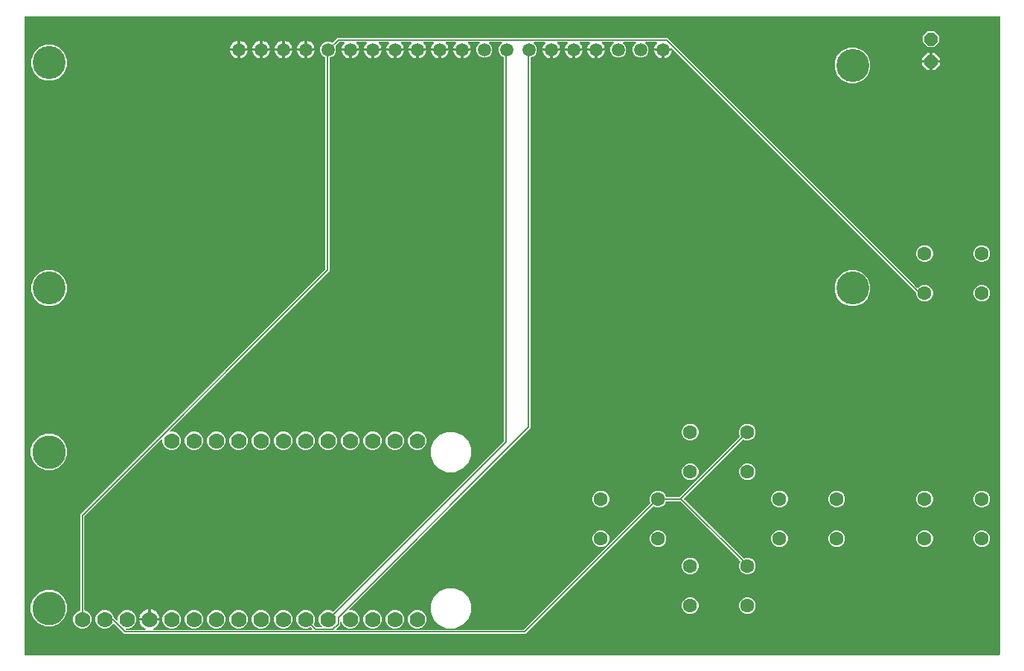
<source format=gbr>
G04 EAGLE Gerber RS-274X export*
G75*
%MOMM*%
%FSLAX34Y34*%
%LPD*%
%INBottom Copper*%
%IPPOS*%
%AMOC8*
5,1,8,0,0,1.08239X$1,22.5*%
G01*
%ADD10C,1.508000*%
%ADD11C,3.750000*%
%ADD12C,3.810000*%
%ADD13C,1.778000*%
%ADD14P,1.632244X8X202.500000*%
%ADD15C,1.600000*%
%ADD16C,0.152400*%

G36*
X1119198Y-27936D02*
X1119198Y-27936D01*
X1119217Y-27938D01*
X1119319Y-27916D01*
X1119421Y-27900D01*
X1119438Y-27890D01*
X1119458Y-27886D01*
X1119547Y-27833D01*
X1119638Y-27784D01*
X1119652Y-27770D01*
X1119669Y-27760D01*
X1119736Y-27681D01*
X1119808Y-27606D01*
X1119816Y-27588D01*
X1119829Y-27573D01*
X1119868Y-27477D01*
X1119911Y-27383D01*
X1119913Y-27363D01*
X1119921Y-27345D01*
X1119939Y-27178D01*
X1119939Y698500D01*
X1119936Y698520D01*
X1119938Y698539D01*
X1119916Y698641D01*
X1119900Y698743D01*
X1119890Y698760D01*
X1119886Y698780D01*
X1119833Y698869D01*
X1119784Y698960D01*
X1119770Y698974D01*
X1119760Y698991D01*
X1119681Y699058D01*
X1119606Y699130D01*
X1119588Y699138D01*
X1119573Y699151D01*
X1119477Y699190D01*
X1119383Y699233D01*
X1119363Y699235D01*
X1119345Y699243D01*
X1119178Y699261D01*
X10922Y699261D01*
X10902Y699258D01*
X10883Y699260D01*
X10781Y699238D01*
X10679Y699222D01*
X10662Y699212D01*
X10642Y699208D01*
X10553Y699155D01*
X10462Y699106D01*
X10448Y699092D01*
X10431Y699082D01*
X10364Y699003D01*
X10292Y698928D01*
X10284Y698910D01*
X10271Y698895D01*
X10232Y698799D01*
X10189Y698705D01*
X10187Y698685D01*
X10179Y698667D01*
X10161Y698500D01*
X10161Y-27178D01*
X10164Y-27198D01*
X10162Y-27217D01*
X10184Y-27319D01*
X10200Y-27421D01*
X10210Y-27438D01*
X10214Y-27458D01*
X10267Y-27547D01*
X10316Y-27638D01*
X10330Y-27652D01*
X10340Y-27669D01*
X10419Y-27736D01*
X10494Y-27808D01*
X10512Y-27816D01*
X10527Y-27829D01*
X10623Y-27868D01*
X10717Y-27911D01*
X10737Y-27913D01*
X10755Y-27921D01*
X10922Y-27939D01*
X1119178Y-27939D01*
X1119198Y-27936D01*
G37*
%LPC*%
G36*
X124021Y-3811D02*
X124021Y-3811D01*
X122458Y-2248D01*
X112108Y8102D01*
X112070Y8129D01*
X112039Y8163D01*
X111971Y8201D01*
X111908Y8246D01*
X111864Y8259D01*
X111824Y8282D01*
X111747Y8295D01*
X111673Y8318D01*
X111627Y8317D01*
X111582Y8325D01*
X111505Y8314D01*
X111427Y8312D01*
X111384Y8296D01*
X111338Y8289D01*
X111269Y8254D01*
X111196Y8227D01*
X111160Y8199D01*
X111119Y8178D01*
X111065Y8122D01*
X111004Y8074D01*
X110979Y8035D01*
X110947Y8002D01*
X110881Y7883D01*
X110871Y7867D01*
X110870Y7862D01*
X110866Y7855D01*
X110429Y6800D01*
X107500Y3871D01*
X103672Y2285D01*
X99528Y2285D01*
X95700Y3871D01*
X92771Y6800D01*
X91185Y10628D01*
X91185Y14772D01*
X92771Y18600D01*
X95700Y21529D01*
X99528Y23115D01*
X103672Y23115D01*
X107500Y21529D01*
X110429Y18600D01*
X112033Y14726D01*
X112068Y14671D01*
X112094Y14610D01*
X112145Y14546D01*
X112163Y14517D01*
X112178Y14505D01*
X112198Y14479D01*
X115286Y11392D01*
X115344Y11350D01*
X115396Y11301D01*
X115443Y11279D01*
X115485Y11249D01*
X115554Y11228D01*
X115619Y11197D01*
X115671Y11192D01*
X115721Y11176D01*
X115792Y11178D01*
X115863Y11170D01*
X115914Y11181D01*
X115966Y11183D01*
X116034Y11207D01*
X116104Y11222D01*
X116148Y11249D01*
X116197Y11267D01*
X116253Y11312D01*
X116315Y11349D01*
X116349Y11388D01*
X116389Y11421D01*
X116428Y11481D01*
X116475Y11536D01*
X116494Y11584D01*
X116522Y11628D01*
X116540Y11697D01*
X116567Y11764D01*
X116575Y11835D01*
X116583Y11866D01*
X116581Y11890D01*
X116585Y11930D01*
X116585Y14772D01*
X118171Y18600D01*
X121100Y21529D01*
X124928Y23115D01*
X129072Y23115D01*
X132900Y21529D01*
X135829Y18600D01*
X137415Y14772D01*
X137415Y10628D01*
X135829Y6800D01*
X132900Y3871D01*
X129072Y2285D01*
X126230Y2285D01*
X126161Y2274D01*
X126090Y2272D01*
X126040Y2254D01*
X125988Y2246D01*
X125925Y2213D01*
X125859Y2188D01*
X125817Y2155D01*
X125770Y2130D01*
X125722Y2079D01*
X125666Y2035D01*
X125638Y1991D01*
X125601Y1952D01*
X125571Y1888D01*
X125533Y1829D01*
X125520Y1777D01*
X125497Y1729D01*
X125490Y1659D01*
X125472Y1590D01*
X125476Y1537D01*
X125470Y1485D01*
X125485Y1415D01*
X125491Y1345D01*
X125511Y1296D01*
X125522Y1244D01*
X125559Y1184D01*
X125586Y1118D01*
X125621Y1079D01*
X125649Y1033D01*
X125702Y987D01*
X125749Y934D01*
X125811Y894D01*
X125836Y873D01*
X125857Y865D01*
X125890Y843D01*
X125978Y816D01*
X126064Y781D01*
X126103Y777D01*
X126125Y770D01*
X126157Y771D01*
X126231Y763D01*
X147479Y763D01*
X147546Y774D01*
X147614Y775D01*
X147667Y793D01*
X147722Y802D01*
X147782Y834D01*
X147846Y857D01*
X147890Y891D01*
X147939Y918D01*
X147986Y967D01*
X148039Y1008D01*
X148070Y1055D01*
X148109Y1096D01*
X148137Y1157D01*
X148174Y1214D01*
X148189Y1268D01*
X148212Y1319D01*
X148220Y1386D01*
X148237Y1452D01*
X148233Y1508D01*
X148239Y1563D01*
X148225Y1630D01*
X148220Y1697D01*
X148199Y1749D01*
X148187Y1804D01*
X148152Y1862D01*
X148126Y1925D01*
X148090Y1967D01*
X148061Y2015D01*
X148009Y2059D01*
X147965Y2110D01*
X147899Y2153D01*
X147874Y2175D01*
X147854Y2183D01*
X147825Y2202D01*
X146409Y2924D01*
X144953Y3981D01*
X143681Y5253D01*
X142624Y6709D01*
X141807Y8312D01*
X141251Y10023D01*
X141068Y11177D01*
X151638Y11177D01*
X151658Y11180D01*
X151677Y11178D01*
X151779Y11200D01*
X151881Y11217D01*
X151898Y11226D01*
X151918Y11230D01*
X152007Y11283D01*
X152098Y11332D01*
X152112Y11346D01*
X152129Y11356D01*
X152196Y11435D01*
X152267Y11510D01*
X152276Y11528D01*
X152289Y11543D01*
X152327Y11639D01*
X152371Y11733D01*
X152373Y11753D01*
X152381Y11771D01*
X152399Y11938D01*
X152399Y12701D01*
X152401Y12701D01*
X152401Y11938D01*
X152404Y11918D01*
X152402Y11899D01*
X152424Y11797D01*
X152441Y11695D01*
X152450Y11678D01*
X152454Y11658D01*
X152507Y11569D01*
X152556Y11478D01*
X152570Y11464D01*
X152580Y11447D01*
X152659Y11380D01*
X152734Y11309D01*
X152752Y11300D01*
X152767Y11287D01*
X152863Y11248D01*
X152957Y11205D01*
X152977Y11203D01*
X152995Y11195D01*
X153162Y11177D01*
X163732Y11177D01*
X163549Y10023D01*
X162993Y8312D01*
X162176Y6709D01*
X161119Y5253D01*
X159847Y3981D01*
X158391Y2924D01*
X156975Y2202D01*
X156921Y2162D01*
X156861Y2130D01*
X156822Y2090D01*
X156777Y2057D01*
X156738Y2001D01*
X156691Y1952D01*
X156668Y1901D01*
X156636Y1855D01*
X156616Y1790D01*
X156588Y1729D01*
X156582Y1673D01*
X156566Y1620D01*
X156568Y1552D01*
X156561Y1485D01*
X156573Y1430D01*
X156575Y1374D01*
X156599Y1311D01*
X156613Y1244D01*
X156642Y1196D01*
X156662Y1144D01*
X156704Y1091D01*
X156739Y1033D01*
X156782Y997D01*
X156817Y953D01*
X156875Y917D01*
X156926Y873D01*
X156978Y852D01*
X157025Y822D01*
X157091Y807D01*
X157154Y781D01*
X157233Y773D01*
X157265Y765D01*
X157285Y767D01*
X157321Y763D01*
X337066Y763D01*
X337136Y774D01*
X337208Y776D01*
X337257Y794D01*
X337308Y802D01*
X337372Y836D01*
X337439Y861D01*
X337480Y893D01*
X337526Y918D01*
X337575Y969D01*
X337631Y1014D01*
X337659Y1058D01*
X337695Y1096D01*
X337725Y1161D01*
X337764Y1221D01*
X337777Y1272D01*
X337799Y1319D01*
X337807Y1390D01*
X337824Y1460D01*
X337820Y1512D01*
X337826Y1563D01*
X337811Y1634D01*
X337805Y1705D01*
X337785Y1753D01*
X337774Y1804D01*
X337737Y1865D01*
X337709Y1931D01*
X337664Y1987D01*
X337647Y2015D01*
X337630Y2030D01*
X337604Y2062D01*
X336244Y3422D01*
X336150Y3490D01*
X336055Y3560D01*
X336049Y3562D01*
X336044Y3566D01*
X335933Y3600D01*
X335822Y3636D01*
X335815Y3636D01*
X335809Y3638D01*
X335692Y3635D01*
X335576Y3634D01*
X335568Y3632D01*
X335563Y3632D01*
X335546Y3625D01*
X335414Y3587D01*
X332272Y2285D01*
X328128Y2285D01*
X324300Y3871D01*
X321371Y6800D01*
X319785Y10628D01*
X319785Y14772D01*
X321371Y18600D01*
X324300Y21529D01*
X328128Y23115D01*
X332272Y23115D01*
X336100Y21529D01*
X339029Y18600D01*
X340615Y14772D01*
X340615Y10628D01*
X339313Y7486D01*
X339286Y7372D01*
X339258Y7258D01*
X339258Y7252D01*
X339257Y7246D01*
X339268Y7129D01*
X339277Y7013D01*
X339279Y7008D01*
X339280Y7001D01*
X339328Y6894D01*
X339373Y6787D01*
X339378Y6781D01*
X339380Y6776D01*
X339392Y6763D01*
X339478Y6656D01*
X342100Y4034D01*
X342174Y3981D01*
X342244Y3921D01*
X342274Y3909D01*
X342300Y3890D01*
X342387Y3863D01*
X342472Y3829D01*
X342513Y3825D01*
X342535Y3818D01*
X342567Y3819D01*
X342639Y3811D01*
X347923Y3811D01*
X347994Y3822D01*
X348065Y3824D01*
X348114Y3842D01*
X348166Y3850D01*
X348229Y3884D01*
X348296Y3909D01*
X348337Y3941D01*
X348383Y3966D01*
X348432Y4018D01*
X348488Y4062D01*
X348516Y4106D01*
X348552Y4144D01*
X348582Y4209D01*
X348621Y4269D01*
X348634Y4320D01*
X348656Y4367D01*
X348664Y4438D01*
X348681Y4508D01*
X348677Y4560D01*
X348683Y4611D01*
X348668Y4682D01*
X348662Y4753D01*
X348642Y4801D01*
X348631Y4852D01*
X348594Y4913D01*
X348566Y4979D01*
X348521Y5035D01*
X348505Y5063D01*
X348487Y5078D01*
X348461Y5110D01*
X346771Y6800D01*
X345185Y10628D01*
X345185Y14772D01*
X346771Y18600D01*
X349700Y21529D01*
X353528Y23115D01*
X357672Y23115D01*
X360814Y21813D01*
X360928Y21786D01*
X361042Y21758D01*
X361048Y21758D01*
X361054Y21757D01*
X361171Y21768D01*
X361287Y21777D01*
X361292Y21779D01*
X361299Y21780D01*
X361406Y21828D01*
X361513Y21873D01*
X361519Y21878D01*
X361524Y21880D01*
X361537Y21893D01*
X361644Y21978D01*
X555274Y215608D01*
X555327Y215682D01*
X555387Y215752D01*
X555399Y215782D01*
X555418Y215808D01*
X555445Y215895D01*
X555479Y215980D01*
X555483Y216021D01*
X555490Y216043D01*
X555489Y216075D01*
X555497Y216147D01*
X555497Y652248D01*
X555478Y652363D01*
X555461Y652479D01*
X555459Y652484D01*
X555458Y652491D01*
X555403Y652593D01*
X555350Y652698D01*
X555345Y652702D01*
X555342Y652708D01*
X555258Y652788D01*
X555174Y652870D01*
X555168Y652874D01*
X555164Y652877D01*
X555147Y652885D01*
X555027Y652951D01*
X553665Y653515D01*
X551115Y656065D01*
X549735Y659397D01*
X549735Y663003D01*
X551115Y666335D01*
X553278Y668498D01*
X553320Y668556D01*
X553369Y668608D01*
X553391Y668655D01*
X553422Y668697D01*
X553443Y668766D01*
X553473Y668831D01*
X553479Y668883D01*
X553494Y668933D01*
X553492Y669004D01*
X553500Y669075D01*
X553489Y669126D01*
X553488Y669178D01*
X553463Y669246D01*
X553448Y669316D01*
X553421Y669361D01*
X553403Y669409D01*
X553358Y669465D01*
X553322Y669527D01*
X553282Y669561D01*
X553250Y669601D01*
X553189Y669640D01*
X553135Y669687D01*
X553087Y669706D01*
X553043Y669734D01*
X552973Y669752D01*
X552907Y669779D01*
X552835Y669787D01*
X552804Y669795D01*
X552781Y669793D01*
X552740Y669797D01*
X539460Y669797D01*
X539389Y669786D01*
X539318Y669784D01*
X539269Y669766D01*
X539217Y669758D01*
X539154Y669724D01*
X539087Y669699D01*
X539046Y669667D01*
X539000Y669642D01*
X538951Y669590D01*
X538895Y669546D01*
X538866Y669502D01*
X538831Y669464D01*
X538800Y669399D01*
X538762Y669339D01*
X538749Y669288D01*
X538727Y669241D01*
X538719Y669170D01*
X538701Y669100D01*
X538706Y669048D01*
X538700Y668997D01*
X538715Y668926D01*
X538721Y668855D01*
X538741Y668807D01*
X538752Y668756D01*
X538789Y668695D01*
X538817Y668629D01*
X538862Y668573D01*
X538878Y668545D01*
X538896Y668530D01*
X538922Y668498D01*
X541085Y666335D01*
X542465Y663003D01*
X542465Y659397D01*
X541085Y656065D01*
X538535Y653515D01*
X535203Y652135D01*
X531597Y652135D01*
X528265Y653515D01*
X525715Y656065D01*
X524335Y659397D01*
X524335Y663003D01*
X525715Y666335D01*
X527878Y668498D01*
X527920Y668556D01*
X527969Y668608D01*
X527991Y668655D01*
X528022Y668697D01*
X528043Y668766D01*
X528073Y668831D01*
X528079Y668883D01*
X528094Y668933D01*
X528092Y669004D01*
X528100Y669075D01*
X528089Y669126D01*
X528088Y669178D01*
X528063Y669246D01*
X528048Y669316D01*
X528021Y669361D01*
X528003Y669409D01*
X527958Y669465D01*
X527922Y669527D01*
X527882Y669561D01*
X527850Y669601D01*
X527789Y669640D01*
X527735Y669687D01*
X527687Y669706D01*
X527643Y669734D01*
X527573Y669752D01*
X527507Y669779D01*
X527435Y669787D01*
X527404Y669795D01*
X527381Y669793D01*
X527340Y669797D01*
X515497Y669797D01*
X515426Y669786D01*
X515354Y669784D01*
X515305Y669766D01*
X515254Y669758D01*
X515191Y669724D01*
X515123Y669699D01*
X515083Y669667D01*
X515037Y669642D01*
X514987Y669590D01*
X514931Y669546D01*
X514903Y669502D01*
X514867Y669464D01*
X514837Y669399D01*
X514798Y669339D01*
X514786Y669288D01*
X514764Y669241D01*
X514756Y669170D01*
X514738Y669100D01*
X514742Y669048D01*
X514737Y668997D01*
X514752Y668926D01*
X514757Y668855D01*
X514778Y668807D01*
X514789Y668756D01*
X514826Y668695D01*
X514854Y668629D01*
X514899Y668573D01*
X514915Y668545D01*
X514933Y668530D01*
X514959Y668498D01*
X515689Y667767D01*
X516622Y666483D01*
X517342Y665070D01*
X517833Y663561D01*
X517965Y662723D01*
X508762Y662723D01*
X508742Y662720D01*
X508723Y662722D01*
X508621Y662700D01*
X508519Y662683D01*
X508502Y662674D01*
X508482Y662670D01*
X508393Y662617D01*
X508302Y662568D01*
X508288Y662554D01*
X508271Y662544D01*
X508204Y662465D01*
X508133Y662390D01*
X508124Y662372D01*
X508111Y662357D01*
X508073Y662261D01*
X508029Y662167D01*
X508027Y662147D01*
X508019Y662129D01*
X508001Y661962D01*
X508001Y661199D01*
X507999Y661199D01*
X507999Y661962D01*
X507996Y661982D01*
X507998Y662001D01*
X507976Y662103D01*
X507959Y662205D01*
X507950Y662222D01*
X507946Y662242D01*
X507893Y662331D01*
X507844Y662422D01*
X507830Y662436D01*
X507820Y662453D01*
X507741Y662520D01*
X507666Y662591D01*
X507648Y662600D01*
X507633Y662613D01*
X507537Y662652D01*
X507443Y662695D01*
X507423Y662697D01*
X507405Y662705D01*
X507238Y662723D01*
X498035Y662723D01*
X498167Y663561D01*
X498658Y665070D01*
X499378Y666483D01*
X500311Y667767D01*
X501041Y668498D01*
X501083Y668556D01*
X501133Y668608D01*
X501155Y668655D01*
X501185Y668697D01*
X501206Y668766D01*
X501236Y668831D01*
X501242Y668883D01*
X501257Y668933D01*
X501255Y669004D01*
X501263Y669075D01*
X501252Y669126D01*
X501251Y669178D01*
X501226Y669246D01*
X501211Y669316D01*
X501184Y669361D01*
X501167Y669409D01*
X501122Y669465D01*
X501085Y669527D01*
X501045Y669561D01*
X501013Y669601D01*
X500953Y669640D01*
X500898Y669687D01*
X500850Y669706D01*
X500806Y669734D01*
X500736Y669752D01*
X500670Y669779D01*
X500599Y669787D01*
X500567Y669795D01*
X500544Y669793D01*
X500503Y669797D01*
X490097Y669797D01*
X490026Y669786D01*
X489954Y669784D01*
X489905Y669766D01*
X489854Y669758D01*
X489791Y669724D01*
X489723Y669699D01*
X489683Y669667D01*
X489637Y669642D01*
X489587Y669590D01*
X489531Y669546D01*
X489503Y669502D01*
X489467Y669464D01*
X489437Y669399D01*
X489398Y669339D01*
X489386Y669288D01*
X489364Y669241D01*
X489356Y669170D01*
X489338Y669100D01*
X489342Y669048D01*
X489337Y668997D01*
X489352Y668926D01*
X489357Y668855D01*
X489378Y668807D01*
X489389Y668756D01*
X489426Y668695D01*
X489454Y668629D01*
X489499Y668573D01*
X489515Y668545D01*
X489533Y668530D01*
X489559Y668498D01*
X490289Y667767D01*
X491222Y666483D01*
X491942Y665070D01*
X492433Y663561D01*
X492565Y662723D01*
X483362Y662723D01*
X483342Y662720D01*
X483323Y662722D01*
X483221Y662700D01*
X483119Y662683D01*
X483102Y662674D01*
X483082Y662670D01*
X482993Y662617D01*
X482902Y662568D01*
X482888Y662554D01*
X482871Y662544D01*
X482804Y662465D01*
X482733Y662390D01*
X482724Y662372D01*
X482711Y662357D01*
X482673Y662261D01*
X482629Y662167D01*
X482627Y662147D01*
X482619Y662129D01*
X482601Y661962D01*
X482601Y661199D01*
X482599Y661199D01*
X482599Y661962D01*
X482596Y661982D01*
X482598Y662001D01*
X482576Y662103D01*
X482559Y662205D01*
X482550Y662222D01*
X482546Y662242D01*
X482493Y662331D01*
X482444Y662422D01*
X482430Y662436D01*
X482420Y662453D01*
X482341Y662520D01*
X482266Y662591D01*
X482248Y662600D01*
X482233Y662613D01*
X482137Y662652D01*
X482043Y662695D01*
X482023Y662697D01*
X482005Y662705D01*
X481838Y662723D01*
X472635Y662723D01*
X472767Y663561D01*
X473258Y665070D01*
X473978Y666483D01*
X474911Y667767D01*
X475641Y668498D01*
X475683Y668556D01*
X475733Y668608D01*
X475755Y668655D01*
X475785Y668697D01*
X475806Y668766D01*
X475836Y668831D01*
X475842Y668883D01*
X475857Y668933D01*
X475855Y669004D01*
X475863Y669075D01*
X475852Y669126D01*
X475851Y669178D01*
X475826Y669246D01*
X475811Y669316D01*
X475784Y669361D01*
X475767Y669409D01*
X475722Y669465D01*
X475685Y669527D01*
X475645Y669561D01*
X475613Y669601D01*
X475553Y669640D01*
X475498Y669687D01*
X475450Y669706D01*
X475406Y669734D01*
X475336Y669752D01*
X475270Y669779D01*
X475199Y669787D01*
X475167Y669795D01*
X475144Y669793D01*
X475103Y669797D01*
X464697Y669797D01*
X464626Y669786D01*
X464554Y669784D01*
X464505Y669766D01*
X464454Y669758D01*
X464391Y669724D01*
X464323Y669699D01*
X464283Y669667D01*
X464237Y669642D01*
X464187Y669590D01*
X464131Y669546D01*
X464103Y669502D01*
X464067Y669464D01*
X464037Y669399D01*
X463998Y669339D01*
X463986Y669288D01*
X463964Y669241D01*
X463956Y669170D01*
X463938Y669100D01*
X463942Y669048D01*
X463937Y668997D01*
X463952Y668926D01*
X463957Y668855D01*
X463978Y668807D01*
X463989Y668756D01*
X464026Y668695D01*
X464054Y668629D01*
X464099Y668573D01*
X464115Y668545D01*
X464133Y668530D01*
X464159Y668498D01*
X464889Y667767D01*
X465822Y666483D01*
X466542Y665070D01*
X467033Y663561D01*
X467165Y662723D01*
X457962Y662723D01*
X457942Y662720D01*
X457923Y662722D01*
X457821Y662700D01*
X457719Y662683D01*
X457702Y662674D01*
X457682Y662670D01*
X457593Y662617D01*
X457502Y662568D01*
X457488Y662554D01*
X457471Y662544D01*
X457404Y662465D01*
X457333Y662390D01*
X457324Y662372D01*
X457311Y662357D01*
X457273Y662261D01*
X457229Y662167D01*
X457227Y662147D01*
X457219Y662129D01*
X457201Y661962D01*
X457201Y661199D01*
X457199Y661199D01*
X457199Y661962D01*
X457196Y661982D01*
X457198Y662001D01*
X457176Y662103D01*
X457159Y662205D01*
X457150Y662222D01*
X457146Y662242D01*
X457093Y662331D01*
X457044Y662422D01*
X457030Y662436D01*
X457020Y662453D01*
X456941Y662520D01*
X456866Y662591D01*
X456848Y662600D01*
X456833Y662613D01*
X456737Y662652D01*
X456643Y662695D01*
X456623Y662697D01*
X456605Y662705D01*
X456438Y662723D01*
X447235Y662723D01*
X447367Y663561D01*
X447858Y665070D01*
X448578Y666483D01*
X449511Y667767D01*
X450241Y668498D01*
X450283Y668556D01*
X450333Y668608D01*
X450355Y668655D01*
X450385Y668697D01*
X450406Y668766D01*
X450436Y668831D01*
X450442Y668883D01*
X450457Y668933D01*
X450455Y669004D01*
X450463Y669075D01*
X450452Y669126D01*
X450451Y669178D01*
X450426Y669246D01*
X450411Y669316D01*
X450384Y669361D01*
X450367Y669409D01*
X450322Y669465D01*
X450285Y669527D01*
X450245Y669561D01*
X450213Y669601D01*
X450153Y669640D01*
X450098Y669687D01*
X450050Y669706D01*
X450006Y669734D01*
X449936Y669752D01*
X449870Y669779D01*
X449799Y669787D01*
X449767Y669795D01*
X449744Y669793D01*
X449703Y669797D01*
X439297Y669797D01*
X439226Y669786D01*
X439154Y669784D01*
X439105Y669766D01*
X439054Y669758D01*
X438991Y669724D01*
X438923Y669699D01*
X438883Y669667D01*
X438837Y669642D01*
X438787Y669590D01*
X438731Y669546D01*
X438703Y669502D01*
X438667Y669464D01*
X438637Y669399D01*
X438598Y669339D01*
X438586Y669288D01*
X438564Y669241D01*
X438556Y669170D01*
X438538Y669100D01*
X438542Y669048D01*
X438537Y668997D01*
X438552Y668926D01*
X438557Y668855D01*
X438578Y668807D01*
X438589Y668756D01*
X438626Y668695D01*
X438654Y668629D01*
X438699Y668573D01*
X438715Y668545D01*
X438733Y668530D01*
X438759Y668498D01*
X439489Y667767D01*
X440422Y666483D01*
X441142Y665070D01*
X441633Y663561D01*
X441765Y662723D01*
X432562Y662723D01*
X432542Y662720D01*
X432523Y662722D01*
X432421Y662700D01*
X432319Y662683D01*
X432302Y662674D01*
X432282Y662670D01*
X432193Y662617D01*
X432102Y662568D01*
X432088Y662554D01*
X432071Y662544D01*
X432004Y662465D01*
X431933Y662390D01*
X431924Y662372D01*
X431911Y662357D01*
X431873Y662261D01*
X431829Y662167D01*
X431827Y662147D01*
X431819Y662129D01*
X431801Y661962D01*
X431801Y661199D01*
X431799Y661199D01*
X431799Y661962D01*
X431796Y661982D01*
X431798Y662001D01*
X431776Y662103D01*
X431759Y662205D01*
X431750Y662222D01*
X431746Y662242D01*
X431693Y662331D01*
X431644Y662422D01*
X431630Y662436D01*
X431620Y662453D01*
X431541Y662520D01*
X431466Y662591D01*
X431448Y662600D01*
X431433Y662613D01*
X431337Y662652D01*
X431243Y662695D01*
X431223Y662697D01*
X431205Y662705D01*
X431038Y662723D01*
X421835Y662723D01*
X421967Y663561D01*
X422458Y665070D01*
X423178Y666483D01*
X424111Y667767D01*
X424841Y668498D01*
X424883Y668556D01*
X424933Y668608D01*
X424955Y668655D01*
X424985Y668697D01*
X425006Y668766D01*
X425036Y668831D01*
X425042Y668883D01*
X425057Y668933D01*
X425055Y669004D01*
X425063Y669075D01*
X425052Y669126D01*
X425051Y669178D01*
X425026Y669246D01*
X425011Y669316D01*
X424984Y669361D01*
X424967Y669409D01*
X424922Y669465D01*
X424885Y669527D01*
X424845Y669561D01*
X424813Y669601D01*
X424753Y669640D01*
X424698Y669687D01*
X424650Y669706D01*
X424606Y669734D01*
X424536Y669752D01*
X424470Y669779D01*
X424399Y669787D01*
X424367Y669795D01*
X424344Y669793D01*
X424303Y669797D01*
X413897Y669797D01*
X413826Y669786D01*
X413754Y669784D01*
X413705Y669766D01*
X413654Y669758D01*
X413591Y669724D01*
X413523Y669699D01*
X413483Y669667D01*
X413437Y669642D01*
X413387Y669590D01*
X413331Y669546D01*
X413303Y669502D01*
X413267Y669464D01*
X413237Y669399D01*
X413198Y669339D01*
X413186Y669288D01*
X413164Y669241D01*
X413156Y669170D01*
X413138Y669100D01*
X413142Y669048D01*
X413137Y668997D01*
X413152Y668926D01*
X413157Y668855D01*
X413178Y668807D01*
X413189Y668756D01*
X413226Y668695D01*
X413254Y668629D01*
X413299Y668573D01*
X413315Y668545D01*
X413333Y668530D01*
X413359Y668498D01*
X414089Y667767D01*
X415022Y666483D01*
X415742Y665070D01*
X416233Y663561D01*
X416365Y662723D01*
X407162Y662723D01*
X407142Y662720D01*
X407123Y662722D01*
X407021Y662700D01*
X406919Y662683D01*
X406902Y662674D01*
X406882Y662670D01*
X406793Y662617D01*
X406702Y662568D01*
X406688Y662554D01*
X406671Y662544D01*
X406604Y662465D01*
X406533Y662390D01*
X406524Y662372D01*
X406511Y662357D01*
X406473Y662261D01*
X406429Y662167D01*
X406427Y662147D01*
X406419Y662129D01*
X406401Y661962D01*
X406401Y661199D01*
X406399Y661199D01*
X406399Y661962D01*
X406396Y661982D01*
X406398Y662001D01*
X406376Y662103D01*
X406359Y662205D01*
X406350Y662222D01*
X406346Y662242D01*
X406293Y662331D01*
X406244Y662422D01*
X406230Y662436D01*
X406220Y662453D01*
X406141Y662520D01*
X406066Y662591D01*
X406048Y662600D01*
X406033Y662613D01*
X405937Y662652D01*
X405843Y662695D01*
X405823Y662697D01*
X405805Y662705D01*
X405638Y662723D01*
X396435Y662723D01*
X396567Y663561D01*
X397058Y665070D01*
X397778Y666483D01*
X398711Y667767D01*
X399441Y668498D01*
X399483Y668556D01*
X399533Y668608D01*
X399555Y668655D01*
X399585Y668697D01*
X399606Y668766D01*
X399636Y668831D01*
X399642Y668883D01*
X399657Y668933D01*
X399655Y669004D01*
X399663Y669075D01*
X399652Y669126D01*
X399651Y669178D01*
X399626Y669246D01*
X399611Y669316D01*
X399584Y669361D01*
X399567Y669409D01*
X399522Y669465D01*
X399485Y669527D01*
X399445Y669561D01*
X399413Y669601D01*
X399353Y669640D01*
X399298Y669687D01*
X399250Y669706D01*
X399206Y669734D01*
X399136Y669752D01*
X399070Y669779D01*
X398999Y669787D01*
X398967Y669795D01*
X398944Y669793D01*
X398903Y669797D01*
X388497Y669797D01*
X388426Y669786D01*
X388354Y669784D01*
X388305Y669766D01*
X388254Y669758D01*
X388191Y669724D01*
X388123Y669699D01*
X388083Y669667D01*
X388037Y669642D01*
X387987Y669590D01*
X387931Y669546D01*
X387903Y669502D01*
X387867Y669464D01*
X387837Y669399D01*
X387798Y669339D01*
X387786Y669288D01*
X387764Y669241D01*
X387756Y669170D01*
X387738Y669100D01*
X387742Y669048D01*
X387737Y668997D01*
X387752Y668926D01*
X387757Y668855D01*
X387778Y668807D01*
X387789Y668756D01*
X387826Y668695D01*
X387854Y668629D01*
X387899Y668573D01*
X387915Y668545D01*
X387933Y668530D01*
X387959Y668498D01*
X388689Y667767D01*
X389622Y666483D01*
X390342Y665070D01*
X390833Y663561D01*
X390965Y662723D01*
X381762Y662723D01*
X381742Y662720D01*
X381723Y662722D01*
X381621Y662700D01*
X381519Y662683D01*
X381502Y662674D01*
X381482Y662670D01*
X381393Y662617D01*
X381302Y662568D01*
X381288Y662554D01*
X381271Y662544D01*
X381204Y662465D01*
X381133Y662390D01*
X381124Y662372D01*
X381111Y662357D01*
X381073Y662261D01*
X381029Y662167D01*
X381027Y662147D01*
X381019Y662129D01*
X381001Y661962D01*
X381001Y661199D01*
X380999Y661199D01*
X380999Y661962D01*
X380996Y661982D01*
X380998Y662001D01*
X380976Y662103D01*
X380959Y662205D01*
X380950Y662222D01*
X380946Y662242D01*
X380893Y662331D01*
X380844Y662422D01*
X380830Y662436D01*
X380820Y662453D01*
X380741Y662520D01*
X380666Y662591D01*
X380648Y662600D01*
X380633Y662613D01*
X380537Y662652D01*
X380443Y662695D01*
X380423Y662697D01*
X380405Y662705D01*
X380238Y662723D01*
X371035Y662723D01*
X371167Y663561D01*
X371658Y665070D01*
X372378Y666483D01*
X373311Y667767D01*
X374041Y668498D01*
X374083Y668556D01*
X374133Y668608D01*
X374155Y668655D01*
X374185Y668697D01*
X374206Y668766D01*
X374236Y668831D01*
X374242Y668883D01*
X374257Y668933D01*
X374255Y669004D01*
X374263Y669075D01*
X374252Y669126D01*
X374251Y669178D01*
X374226Y669246D01*
X374211Y669316D01*
X374184Y669361D01*
X374167Y669409D01*
X374122Y669465D01*
X374085Y669527D01*
X374045Y669561D01*
X374013Y669601D01*
X373953Y669640D01*
X373898Y669687D01*
X373850Y669706D01*
X373806Y669734D01*
X373736Y669752D01*
X373670Y669779D01*
X373599Y669787D01*
X373567Y669795D01*
X373544Y669793D01*
X373503Y669797D01*
X368547Y669797D01*
X368456Y669783D01*
X368366Y669775D01*
X368336Y669763D01*
X368304Y669758D01*
X368223Y669715D01*
X368139Y669679D01*
X368107Y669653D01*
X368086Y669642D01*
X368064Y669619D01*
X368008Y669574D01*
X364079Y665645D01*
X364011Y665551D01*
X363941Y665456D01*
X363939Y665450D01*
X363935Y665445D01*
X363901Y665334D01*
X363865Y665223D01*
X363865Y665216D01*
X363863Y665210D01*
X363866Y665094D01*
X363867Y664977D01*
X363869Y664969D01*
X363869Y664964D01*
X363876Y664947D01*
X363914Y664816D01*
X364665Y663003D01*
X364665Y659397D01*
X363285Y656065D01*
X360735Y653515D01*
X357849Y652320D01*
X357749Y652258D01*
X357649Y652198D01*
X357645Y652194D01*
X357640Y652190D01*
X357565Y652100D01*
X357489Y652011D01*
X357487Y652006D01*
X357483Y652001D01*
X357441Y651892D01*
X357397Y651783D01*
X357396Y651776D01*
X357395Y651771D01*
X357394Y651753D01*
X357379Y651617D01*
X357379Y409009D01*
X175984Y227614D01*
X175942Y227556D01*
X175893Y227504D01*
X175871Y227457D01*
X175841Y227415D01*
X175820Y227346D01*
X175789Y227281D01*
X175784Y227229D01*
X175768Y227179D01*
X175770Y227108D01*
X175762Y227037D01*
X175773Y226986D01*
X175775Y226934D01*
X175799Y226866D01*
X175814Y226796D01*
X175841Y226752D01*
X175859Y226703D01*
X175904Y226647D01*
X175941Y226585D01*
X175980Y226551D01*
X176013Y226511D01*
X176073Y226472D01*
X176128Y226425D01*
X176176Y226406D01*
X176220Y226378D01*
X176289Y226360D01*
X176356Y226333D01*
X176427Y226325D01*
X176458Y226317D01*
X176482Y226319D01*
X176522Y226315D01*
X179872Y226315D01*
X183700Y224729D01*
X186629Y221800D01*
X188215Y217972D01*
X188215Y213828D01*
X186629Y210000D01*
X183700Y207071D01*
X179872Y205485D01*
X175728Y205485D01*
X171900Y207071D01*
X168971Y210000D01*
X167385Y213828D01*
X167385Y217178D01*
X167374Y217248D01*
X167372Y217320D01*
X167354Y217369D01*
X167346Y217420D01*
X167312Y217484D01*
X167287Y217551D01*
X167255Y217592D01*
X167230Y217638D01*
X167178Y217687D01*
X167134Y217743D01*
X167090Y217771D01*
X167052Y217807D01*
X166987Y217837D01*
X166927Y217876D01*
X166876Y217889D01*
X166829Y217911D01*
X166758Y217919D01*
X166688Y217936D01*
X166636Y217932D01*
X166585Y217938D01*
X166514Y217923D01*
X166443Y217917D01*
X166395Y217897D01*
X166344Y217886D01*
X166283Y217849D01*
X166217Y217821D01*
X166161Y217776D01*
X166133Y217759D01*
X166118Y217742D01*
X166086Y217716D01*
X78710Y130340D01*
X78657Y130266D01*
X78597Y130196D01*
X78585Y130166D01*
X78566Y130140D01*
X78539Y130053D01*
X78505Y129968D01*
X78501Y129927D01*
X78494Y129905D01*
X78495Y129873D01*
X78487Y129801D01*
X78487Y23534D01*
X78506Y23419D01*
X78523Y23303D01*
X78525Y23298D01*
X78526Y23292D01*
X78581Y23189D01*
X78634Y23084D01*
X78639Y23080D01*
X78642Y23074D01*
X78726Y22994D01*
X78810Y22912D01*
X78816Y22908D01*
X78820Y22905D01*
X78837Y22897D01*
X78957Y22831D01*
X82100Y21529D01*
X85029Y18600D01*
X86615Y14772D01*
X86615Y10628D01*
X85029Y6800D01*
X82100Y3871D01*
X78272Y2285D01*
X74128Y2285D01*
X70300Y3871D01*
X67371Y6800D01*
X65785Y10628D01*
X65785Y14772D01*
X67371Y18600D01*
X70300Y21529D01*
X73443Y22831D01*
X73543Y22893D01*
X73643Y22952D01*
X73647Y22957D01*
X73652Y22961D01*
X73727Y23051D01*
X73803Y23139D01*
X73805Y23145D01*
X73809Y23150D01*
X73851Y23258D01*
X73895Y23368D01*
X73896Y23375D01*
X73897Y23380D01*
X73898Y23398D01*
X73913Y23534D01*
X73913Y132011D01*
X352582Y410680D01*
X352635Y410754D01*
X352695Y410824D01*
X352707Y410854D01*
X352726Y410880D01*
X352753Y410967D01*
X352787Y411052D01*
X352791Y411093D01*
X352798Y411115D01*
X352797Y411147D01*
X352805Y411219D01*
X352805Y652037D01*
X352786Y652152D01*
X352769Y652268D01*
X352767Y652274D01*
X352766Y652280D01*
X352711Y652383D01*
X352658Y652488D01*
X352653Y652492D01*
X352650Y652497D01*
X352566Y652577D01*
X352482Y652660D01*
X352476Y652663D01*
X352472Y652667D01*
X352455Y652675D01*
X352335Y652741D01*
X350465Y653515D01*
X347915Y656065D01*
X346535Y659397D01*
X346535Y663003D01*
X347915Y666335D01*
X350465Y668885D01*
X353797Y670265D01*
X357403Y670265D01*
X360347Y669045D01*
X360460Y669019D01*
X360574Y668990D01*
X360580Y668991D01*
X360586Y668989D01*
X360703Y669000D01*
X360819Y669009D01*
X360825Y669012D01*
X360831Y669012D01*
X360939Y669060D01*
X361046Y669106D01*
X361051Y669110D01*
X361056Y669112D01*
X361070Y669125D01*
X361176Y669210D01*
X366337Y674371D01*
X741611Y674371D01*
X743174Y672808D01*
X1025918Y390064D01*
X1025934Y390053D01*
X1025946Y390037D01*
X1026034Y389981D01*
X1026117Y389921D01*
X1026136Y389915D01*
X1026153Y389904D01*
X1026254Y389879D01*
X1026352Y389848D01*
X1026372Y389849D01*
X1026392Y389844D01*
X1026495Y389852D01*
X1026598Y389855D01*
X1026617Y389862D01*
X1026637Y389863D01*
X1026732Y389903D01*
X1026829Y389939D01*
X1026845Y389952D01*
X1026863Y389959D01*
X1026994Y390064D01*
X1028905Y391975D01*
X1032405Y393425D01*
X1036195Y393425D01*
X1039695Y391975D01*
X1042375Y389295D01*
X1043825Y385795D01*
X1043825Y382005D01*
X1042375Y378505D01*
X1039695Y375825D01*
X1036195Y374375D01*
X1032405Y374375D01*
X1028905Y375825D01*
X1026225Y378505D01*
X1024775Y382005D01*
X1024775Y384423D01*
X1024761Y384514D01*
X1024753Y384604D01*
X1024741Y384634D01*
X1024736Y384666D01*
X1024693Y384747D01*
X1024657Y384831D01*
X1024631Y384863D01*
X1024620Y384884D01*
X1024597Y384906D01*
X1024552Y384962D01*
X747014Y662500D01*
X746940Y662553D01*
X746870Y662613D01*
X746840Y662625D01*
X746814Y662644D01*
X746727Y662671D01*
X746642Y662705D01*
X746601Y662709D01*
X746579Y662716D01*
X746547Y662715D01*
X746476Y662723D01*
X737362Y662723D01*
X737342Y662720D01*
X737323Y662722D01*
X737221Y662700D01*
X737119Y662683D01*
X737102Y662674D01*
X737082Y662670D01*
X736993Y662617D01*
X736902Y662568D01*
X736888Y662554D01*
X736871Y662544D01*
X736804Y662465D01*
X736733Y662390D01*
X736724Y662372D01*
X736711Y662357D01*
X736673Y662261D01*
X736629Y662167D01*
X736627Y662147D01*
X736619Y662129D01*
X736601Y661962D01*
X736601Y661199D01*
X736599Y661199D01*
X736599Y661962D01*
X736596Y661982D01*
X736598Y662001D01*
X736576Y662103D01*
X736559Y662205D01*
X736550Y662222D01*
X736546Y662242D01*
X736493Y662331D01*
X736444Y662422D01*
X736430Y662436D01*
X736420Y662453D01*
X736341Y662520D01*
X736266Y662591D01*
X736248Y662600D01*
X736233Y662613D01*
X736137Y662652D01*
X736043Y662695D01*
X736023Y662697D01*
X736005Y662705D01*
X735838Y662723D01*
X726635Y662723D01*
X726767Y663561D01*
X727258Y665070D01*
X727978Y666483D01*
X728911Y667767D01*
X729641Y668498D01*
X729683Y668556D01*
X729733Y668608D01*
X729755Y668655D01*
X729785Y668697D01*
X729806Y668766D01*
X729836Y668831D01*
X729842Y668883D01*
X729857Y668933D01*
X729855Y669004D01*
X729863Y669075D01*
X729852Y669126D01*
X729851Y669178D01*
X729826Y669246D01*
X729811Y669316D01*
X729784Y669361D01*
X729767Y669409D01*
X729722Y669465D01*
X729685Y669527D01*
X729645Y669561D01*
X729613Y669601D01*
X729553Y669640D01*
X729498Y669687D01*
X729450Y669706D01*
X729406Y669734D01*
X729336Y669752D01*
X729270Y669779D01*
X729199Y669787D01*
X729167Y669795D01*
X729144Y669793D01*
X729103Y669797D01*
X717260Y669797D01*
X717189Y669786D01*
X717118Y669784D01*
X717069Y669766D01*
X717017Y669758D01*
X716954Y669724D01*
X716887Y669699D01*
X716846Y669667D01*
X716800Y669642D01*
X716751Y669590D01*
X716695Y669546D01*
X716666Y669502D01*
X716631Y669464D01*
X716600Y669399D01*
X716562Y669339D01*
X716549Y669288D01*
X716527Y669241D01*
X716519Y669170D01*
X716501Y669100D01*
X716506Y669048D01*
X716500Y668997D01*
X716515Y668926D01*
X716521Y668855D01*
X716541Y668807D01*
X716552Y668756D01*
X716589Y668695D01*
X716617Y668629D01*
X716662Y668573D01*
X716678Y668545D01*
X716696Y668530D01*
X716722Y668498D01*
X718885Y666335D01*
X720265Y663003D01*
X720265Y659397D01*
X718885Y656065D01*
X716335Y653515D01*
X713003Y652135D01*
X709397Y652135D01*
X706065Y653515D01*
X703515Y656065D01*
X702135Y659397D01*
X702135Y663003D01*
X703515Y666335D01*
X705678Y668498D01*
X705720Y668556D01*
X705769Y668608D01*
X705791Y668655D01*
X705822Y668697D01*
X705843Y668766D01*
X705873Y668831D01*
X705879Y668883D01*
X705894Y668933D01*
X705892Y669004D01*
X705900Y669075D01*
X705889Y669126D01*
X705888Y669178D01*
X705863Y669246D01*
X705848Y669316D01*
X705821Y669361D01*
X705803Y669409D01*
X705758Y669465D01*
X705722Y669527D01*
X705682Y669561D01*
X705650Y669601D01*
X705589Y669640D01*
X705535Y669687D01*
X705487Y669706D01*
X705443Y669734D01*
X705373Y669752D01*
X705307Y669779D01*
X705235Y669787D01*
X705204Y669795D01*
X705181Y669793D01*
X705140Y669797D01*
X691860Y669797D01*
X691789Y669786D01*
X691718Y669784D01*
X691669Y669766D01*
X691617Y669758D01*
X691554Y669724D01*
X691487Y669699D01*
X691446Y669667D01*
X691400Y669642D01*
X691351Y669590D01*
X691295Y669546D01*
X691266Y669502D01*
X691231Y669464D01*
X691200Y669399D01*
X691162Y669339D01*
X691149Y669288D01*
X691127Y669241D01*
X691119Y669170D01*
X691101Y669100D01*
X691106Y669048D01*
X691100Y668997D01*
X691115Y668926D01*
X691121Y668855D01*
X691141Y668807D01*
X691152Y668756D01*
X691189Y668695D01*
X691217Y668629D01*
X691262Y668573D01*
X691278Y668545D01*
X691296Y668530D01*
X691322Y668498D01*
X693485Y666335D01*
X694865Y663003D01*
X694865Y659397D01*
X693485Y656065D01*
X690935Y653515D01*
X687603Y652135D01*
X683997Y652135D01*
X680665Y653515D01*
X678115Y656065D01*
X676735Y659397D01*
X676735Y663003D01*
X678115Y666335D01*
X680278Y668498D01*
X680320Y668556D01*
X680369Y668608D01*
X680391Y668655D01*
X680422Y668697D01*
X680443Y668766D01*
X680473Y668831D01*
X680479Y668883D01*
X680494Y668933D01*
X680492Y669004D01*
X680500Y669075D01*
X680489Y669126D01*
X680488Y669178D01*
X680463Y669246D01*
X680448Y669316D01*
X680421Y669361D01*
X680403Y669409D01*
X680358Y669465D01*
X680322Y669527D01*
X680282Y669561D01*
X680250Y669601D01*
X680189Y669640D01*
X680135Y669687D01*
X680087Y669706D01*
X680043Y669734D01*
X679973Y669752D01*
X679907Y669779D01*
X679835Y669787D01*
X679804Y669795D01*
X679781Y669793D01*
X679740Y669797D01*
X667897Y669797D01*
X667826Y669786D01*
X667754Y669784D01*
X667705Y669766D01*
X667654Y669758D01*
X667591Y669724D01*
X667523Y669699D01*
X667483Y669667D01*
X667437Y669642D01*
X667387Y669590D01*
X667331Y669546D01*
X667303Y669502D01*
X667267Y669464D01*
X667237Y669399D01*
X667198Y669339D01*
X667186Y669288D01*
X667164Y669241D01*
X667156Y669170D01*
X667138Y669100D01*
X667142Y669048D01*
X667137Y668997D01*
X667152Y668926D01*
X667157Y668855D01*
X667178Y668807D01*
X667189Y668756D01*
X667226Y668695D01*
X667254Y668629D01*
X667299Y668573D01*
X667315Y668545D01*
X667333Y668530D01*
X667359Y668498D01*
X668089Y667767D01*
X669022Y666483D01*
X669742Y665070D01*
X670233Y663561D01*
X670365Y662723D01*
X661162Y662723D01*
X661142Y662720D01*
X661123Y662722D01*
X661021Y662700D01*
X660919Y662683D01*
X660902Y662674D01*
X660882Y662670D01*
X660793Y662617D01*
X660702Y662568D01*
X660688Y662554D01*
X660671Y662544D01*
X660604Y662465D01*
X660533Y662390D01*
X660524Y662372D01*
X660511Y662357D01*
X660473Y662261D01*
X660429Y662167D01*
X660427Y662147D01*
X660419Y662129D01*
X660401Y661962D01*
X660401Y661199D01*
X660399Y661199D01*
X660399Y661962D01*
X660396Y661982D01*
X660398Y662001D01*
X660376Y662103D01*
X660359Y662205D01*
X660350Y662222D01*
X660346Y662242D01*
X660293Y662331D01*
X660244Y662422D01*
X660230Y662436D01*
X660220Y662453D01*
X660141Y662520D01*
X660066Y662591D01*
X660048Y662600D01*
X660033Y662613D01*
X659937Y662652D01*
X659843Y662695D01*
X659823Y662697D01*
X659805Y662705D01*
X659638Y662723D01*
X650435Y662723D01*
X650567Y663561D01*
X651058Y665070D01*
X651778Y666483D01*
X652711Y667767D01*
X653441Y668498D01*
X653483Y668556D01*
X653533Y668608D01*
X653555Y668655D01*
X653585Y668697D01*
X653606Y668766D01*
X653636Y668831D01*
X653642Y668883D01*
X653657Y668933D01*
X653655Y669004D01*
X653663Y669075D01*
X653652Y669126D01*
X653651Y669178D01*
X653626Y669246D01*
X653611Y669316D01*
X653584Y669361D01*
X653567Y669409D01*
X653522Y669465D01*
X653485Y669527D01*
X653445Y669561D01*
X653413Y669601D01*
X653353Y669640D01*
X653298Y669687D01*
X653250Y669706D01*
X653206Y669734D01*
X653136Y669752D01*
X653070Y669779D01*
X652999Y669787D01*
X652967Y669795D01*
X652944Y669793D01*
X652903Y669797D01*
X642497Y669797D01*
X642426Y669786D01*
X642354Y669784D01*
X642305Y669766D01*
X642254Y669758D01*
X642191Y669724D01*
X642123Y669699D01*
X642083Y669667D01*
X642037Y669642D01*
X641987Y669590D01*
X641931Y669546D01*
X641903Y669502D01*
X641867Y669464D01*
X641837Y669399D01*
X641798Y669339D01*
X641786Y669288D01*
X641764Y669241D01*
X641756Y669170D01*
X641738Y669100D01*
X641742Y669048D01*
X641737Y668997D01*
X641752Y668926D01*
X641757Y668855D01*
X641778Y668807D01*
X641789Y668756D01*
X641826Y668695D01*
X641854Y668629D01*
X641899Y668573D01*
X641915Y668545D01*
X641933Y668530D01*
X641959Y668498D01*
X642689Y667767D01*
X643622Y666483D01*
X644342Y665070D01*
X644833Y663561D01*
X644965Y662723D01*
X635762Y662723D01*
X635742Y662720D01*
X635723Y662722D01*
X635621Y662700D01*
X635519Y662683D01*
X635502Y662674D01*
X635482Y662670D01*
X635393Y662617D01*
X635302Y662568D01*
X635288Y662554D01*
X635271Y662544D01*
X635204Y662465D01*
X635133Y662390D01*
X635124Y662372D01*
X635111Y662357D01*
X635073Y662261D01*
X635029Y662167D01*
X635027Y662147D01*
X635019Y662129D01*
X635001Y661962D01*
X635001Y661199D01*
X634999Y661199D01*
X634999Y661962D01*
X634996Y661982D01*
X634998Y662001D01*
X634976Y662103D01*
X634959Y662205D01*
X634950Y662222D01*
X634946Y662242D01*
X634893Y662331D01*
X634844Y662422D01*
X634830Y662436D01*
X634820Y662453D01*
X634741Y662520D01*
X634666Y662591D01*
X634648Y662600D01*
X634633Y662613D01*
X634537Y662652D01*
X634443Y662695D01*
X634423Y662697D01*
X634405Y662705D01*
X634238Y662723D01*
X625035Y662723D01*
X625167Y663561D01*
X625658Y665070D01*
X626378Y666483D01*
X627311Y667767D01*
X628041Y668498D01*
X628083Y668556D01*
X628133Y668608D01*
X628155Y668655D01*
X628185Y668697D01*
X628206Y668766D01*
X628236Y668831D01*
X628242Y668883D01*
X628257Y668933D01*
X628255Y669004D01*
X628263Y669075D01*
X628252Y669126D01*
X628251Y669178D01*
X628226Y669246D01*
X628211Y669316D01*
X628184Y669361D01*
X628167Y669409D01*
X628122Y669465D01*
X628085Y669527D01*
X628045Y669561D01*
X628013Y669601D01*
X627953Y669640D01*
X627898Y669687D01*
X627850Y669706D01*
X627806Y669734D01*
X627736Y669752D01*
X627670Y669779D01*
X627599Y669787D01*
X627567Y669795D01*
X627544Y669793D01*
X627503Y669797D01*
X617097Y669797D01*
X617026Y669786D01*
X616954Y669784D01*
X616905Y669766D01*
X616854Y669758D01*
X616791Y669724D01*
X616723Y669699D01*
X616683Y669667D01*
X616637Y669642D01*
X616587Y669590D01*
X616531Y669546D01*
X616503Y669502D01*
X616467Y669464D01*
X616437Y669399D01*
X616398Y669339D01*
X616386Y669288D01*
X616364Y669241D01*
X616356Y669170D01*
X616338Y669100D01*
X616342Y669048D01*
X616337Y668997D01*
X616352Y668926D01*
X616357Y668855D01*
X616378Y668807D01*
X616389Y668756D01*
X616426Y668695D01*
X616454Y668629D01*
X616499Y668573D01*
X616515Y668545D01*
X616533Y668530D01*
X616559Y668498D01*
X617289Y667767D01*
X618222Y666483D01*
X618942Y665070D01*
X619433Y663561D01*
X619565Y662723D01*
X610362Y662723D01*
X610342Y662720D01*
X610323Y662722D01*
X610221Y662700D01*
X610119Y662683D01*
X610102Y662674D01*
X610082Y662670D01*
X609993Y662617D01*
X609902Y662568D01*
X609888Y662554D01*
X609871Y662544D01*
X609804Y662465D01*
X609733Y662390D01*
X609724Y662372D01*
X609711Y662357D01*
X609673Y662261D01*
X609629Y662167D01*
X609627Y662147D01*
X609619Y662129D01*
X609601Y661962D01*
X609601Y661199D01*
X609599Y661199D01*
X609599Y661962D01*
X609596Y661982D01*
X609598Y662001D01*
X609576Y662103D01*
X609559Y662205D01*
X609550Y662222D01*
X609546Y662242D01*
X609493Y662331D01*
X609444Y662422D01*
X609430Y662436D01*
X609420Y662453D01*
X609341Y662520D01*
X609266Y662591D01*
X609248Y662600D01*
X609233Y662613D01*
X609137Y662652D01*
X609043Y662695D01*
X609023Y662697D01*
X609005Y662705D01*
X608838Y662723D01*
X599635Y662723D01*
X599767Y663561D01*
X600258Y665070D01*
X600978Y666483D01*
X601911Y667767D01*
X602641Y668498D01*
X602683Y668556D01*
X602733Y668608D01*
X602755Y668655D01*
X602785Y668697D01*
X602806Y668766D01*
X602836Y668831D01*
X602842Y668883D01*
X602857Y668933D01*
X602855Y669004D01*
X602863Y669075D01*
X602852Y669126D01*
X602851Y669178D01*
X602826Y669246D01*
X602811Y669316D01*
X602784Y669361D01*
X602767Y669409D01*
X602722Y669465D01*
X602685Y669527D01*
X602645Y669561D01*
X602613Y669601D01*
X602553Y669640D01*
X602498Y669687D01*
X602450Y669706D01*
X602406Y669734D01*
X602336Y669752D01*
X602270Y669779D01*
X602199Y669787D01*
X602167Y669795D01*
X602144Y669793D01*
X602103Y669797D01*
X590260Y669797D01*
X590189Y669786D01*
X590118Y669784D01*
X590069Y669766D01*
X590017Y669758D01*
X589954Y669724D01*
X589887Y669699D01*
X589846Y669667D01*
X589800Y669642D01*
X589751Y669590D01*
X589695Y669546D01*
X589666Y669502D01*
X589631Y669464D01*
X589600Y669399D01*
X589562Y669339D01*
X589549Y669288D01*
X589527Y669241D01*
X589519Y669170D01*
X589501Y669100D01*
X589506Y669048D01*
X589500Y668997D01*
X589515Y668926D01*
X589521Y668855D01*
X589541Y668807D01*
X589552Y668756D01*
X589589Y668695D01*
X589617Y668629D01*
X589662Y668573D01*
X589678Y668545D01*
X589696Y668530D01*
X589722Y668498D01*
X591885Y666335D01*
X593265Y663003D01*
X593265Y659397D01*
X591885Y656065D01*
X589335Y653515D01*
X586449Y652320D01*
X586349Y652258D01*
X586249Y652198D01*
X586245Y652194D01*
X586240Y652190D01*
X586165Y652101D01*
X586089Y652011D01*
X586087Y652006D01*
X586083Y652001D01*
X586041Y651893D01*
X585997Y651783D01*
X585996Y651776D01*
X585995Y651771D01*
X585994Y651753D01*
X585979Y651617D01*
X585979Y230701D01*
X379692Y24414D01*
X379650Y24356D01*
X379601Y24304D01*
X379579Y24257D01*
X379549Y24215D01*
X379528Y24146D01*
X379497Y24081D01*
X379492Y24029D01*
X379476Y23979D01*
X379478Y23908D01*
X379470Y23837D01*
X379481Y23786D01*
X379483Y23734D01*
X379507Y23666D01*
X379522Y23596D01*
X379549Y23552D01*
X379567Y23503D01*
X379612Y23447D01*
X379649Y23385D01*
X379688Y23351D01*
X379721Y23311D01*
X379781Y23272D01*
X379836Y23225D01*
X379884Y23206D01*
X379928Y23178D01*
X379997Y23160D01*
X380064Y23133D01*
X380135Y23125D01*
X380166Y23117D01*
X380190Y23119D01*
X380230Y23115D01*
X383072Y23115D01*
X386900Y21529D01*
X389829Y18600D01*
X391415Y14772D01*
X391415Y10628D01*
X389829Y6800D01*
X386900Y3871D01*
X383072Y2285D01*
X378928Y2285D01*
X375100Y3871D01*
X372171Y6800D01*
X371035Y9542D01*
X370984Y9625D01*
X370938Y9711D01*
X370919Y9729D01*
X370906Y9751D01*
X370831Y9813D01*
X370760Y9880D01*
X370736Y9891D01*
X370716Y9908D01*
X370625Y9943D01*
X370537Y9984D01*
X370511Y9987D01*
X370487Y9996D01*
X370389Y10000D01*
X370293Y10011D01*
X370267Y10005D01*
X370241Y10006D01*
X370147Y9979D01*
X370052Y9959D01*
X370030Y9945D01*
X370005Y9938D01*
X369925Y9882D01*
X369841Y9832D01*
X369824Y9813D01*
X369803Y9798D01*
X369744Y9719D01*
X369681Y9646D01*
X369671Y9621D01*
X369656Y9600D01*
X369626Y9508D01*
X369589Y9417D01*
X369586Y9385D01*
X369580Y9366D01*
X369580Y9333D01*
X369571Y9251D01*
X369571Y6673D01*
X364960Y2062D01*
X364918Y2004D01*
X364869Y1952D01*
X364847Y1905D01*
X364817Y1863D01*
X364796Y1794D01*
X364765Y1729D01*
X364760Y1677D01*
X364744Y1627D01*
X364746Y1556D01*
X364738Y1485D01*
X364749Y1434D01*
X364751Y1382D01*
X364775Y1314D01*
X364790Y1244D01*
X364817Y1199D01*
X364835Y1151D01*
X364880Y1095D01*
X364917Y1033D01*
X364956Y999D01*
X364989Y959D01*
X365049Y920D01*
X365104Y873D01*
X365152Y854D01*
X365196Y826D01*
X365265Y808D01*
X365332Y781D01*
X365403Y773D01*
X365434Y765D01*
X365458Y767D01*
X365498Y763D01*
X577857Y763D01*
X577948Y777D01*
X578038Y785D01*
X578068Y797D01*
X578100Y802D01*
X578181Y845D01*
X578265Y881D01*
X578297Y907D01*
X578318Y918D01*
X578340Y941D01*
X578396Y986D01*
X722153Y144742D01*
X722220Y144836D01*
X722290Y144931D01*
X722292Y144937D01*
X722296Y144942D01*
X722330Y145053D01*
X722367Y145165D01*
X722367Y145171D01*
X722368Y145177D01*
X722365Y145293D01*
X722364Y145411D01*
X722362Y145418D01*
X722362Y145423D01*
X722356Y145441D01*
X722318Y145572D01*
X721475Y147605D01*
X721475Y151395D01*
X722925Y154895D01*
X725605Y157575D01*
X729105Y159025D01*
X732895Y159025D01*
X736395Y157575D01*
X739075Y154895D01*
X740229Y152109D01*
X740291Y152009D01*
X740350Y151909D01*
X740355Y151905D01*
X740359Y151900D01*
X740449Y151825D01*
X740537Y151749D01*
X740543Y151747D01*
X740548Y151743D01*
X740656Y151701D01*
X740766Y151657D01*
X740773Y151656D01*
X740778Y151655D01*
X740796Y151654D01*
X740932Y151639D01*
X754641Y151639D01*
X754732Y151653D01*
X754822Y151661D01*
X754852Y151673D01*
X754884Y151678D01*
X754965Y151721D01*
X755049Y151757D01*
X755081Y151783D01*
X755102Y151794D01*
X755124Y151817D01*
X755180Y151862D01*
X823901Y220583D01*
X823969Y220677D01*
X824039Y220772D01*
X824041Y220778D01*
X824045Y220783D01*
X824079Y220894D01*
X824115Y221006D01*
X824115Y221012D01*
X824117Y221018D01*
X824114Y221135D01*
X824113Y221252D01*
X824111Y221259D01*
X824111Y221264D01*
X824104Y221281D01*
X824066Y221413D01*
X823075Y223805D01*
X823075Y227595D01*
X824525Y231095D01*
X827205Y233775D01*
X830705Y235225D01*
X834495Y235225D01*
X837995Y233775D01*
X840675Y231095D01*
X842125Y227595D01*
X842125Y223805D01*
X840675Y220305D01*
X837995Y217625D01*
X834495Y216175D01*
X830705Y216175D01*
X827821Y217370D01*
X827707Y217397D01*
X827594Y217425D01*
X827587Y217425D01*
X827581Y217426D01*
X827465Y217415D01*
X827348Y217406D01*
X827343Y217404D01*
X827336Y217403D01*
X827229Y217355D01*
X827122Y217310D01*
X827116Y217305D01*
X827112Y217303D01*
X827098Y217291D01*
X826991Y217205D01*
X760438Y150652D01*
X760427Y150636D01*
X760411Y150624D01*
X760355Y150536D01*
X760295Y150453D01*
X760289Y150434D01*
X760278Y150417D01*
X760253Y150316D01*
X760222Y150217D01*
X760223Y150198D01*
X760218Y150178D01*
X760226Y150075D01*
X760229Y149972D01*
X760236Y149953D01*
X760237Y149933D01*
X760277Y149838D01*
X760313Y149741D01*
X760326Y149725D01*
X760333Y149707D01*
X760438Y149576D01*
X827859Y82155D01*
X827953Y82087D01*
X828048Y82017D01*
X828054Y82015D01*
X828059Y82011D01*
X828170Y81977D01*
X828282Y81940D01*
X828288Y81940D01*
X828294Y81939D01*
X828411Y81942D01*
X828528Y81943D01*
X828535Y81945D01*
X828540Y81945D01*
X828558Y81951D01*
X828689Y81989D01*
X830705Y82825D01*
X834495Y82825D01*
X837995Y81375D01*
X840675Y78695D01*
X842125Y75195D01*
X842125Y71405D01*
X840675Y67905D01*
X837995Y65225D01*
X834495Y63775D01*
X830705Y63775D01*
X827205Y65225D01*
X824525Y67905D01*
X823075Y71405D01*
X823075Y75195D01*
X824426Y78456D01*
X824453Y78569D01*
X824481Y78683D01*
X824481Y78689D01*
X824482Y78695D01*
X824471Y78812D01*
X824462Y78928D01*
X824460Y78934D01*
X824459Y78940D01*
X824411Y79047D01*
X824366Y79154D01*
X824361Y79160D01*
X824359Y79165D01*
X824346Y79178D01*
X824261Y79285D01*
X756704Y146842D01*
X756630Y146895D01*
X756560Y146955D01*
X756530Y146967D01*
X756504Y146986D01*
X756417Y147013D01*
X756332Y147047D01*
X756291Y147051D01*
X756269Y147058D01*
X756237Y147057D01*
X756165Y147065D01*
X740810Y147065D01*
X740695Y147046D01*
X740579Y147029D01*
X740573Y147027D01*
X740567Y147026D01*
X740464Y146971D01*
X740359Y146918D01*
X740355Y146913D01*
X740350Y146910D01*
X740270Y146826D01*
X740187Y146742D01*
X740184Y146736D01*
X740180Y146732D01*
X740172Y146715D01*
X740106Y146595D01*
X739075Y144105D01*
X736395Y141425D01*
X732895Y139975D01*
X729105Y139975D01*
X725861Y141319D01*
X725748Y141346D01*
X725634Y141374D01*
X725628Y141374D01*
X725622Y141375D01*
X725505Y141364D01*
X725389Y141355D01*
X725383Y141353D01*
X725377Y141352D01*
X725270Y141304D01*
X725163Y141259D01*
X725157Y141254D01*
X725152Y141252D01*
X725139Y141239D01*
X725032Y141154D01*
X580067Y-3811D01*
X124021Y-3811D01*
G37*
%LPD*%
%LPC*%
G36*
X490753Y2539D02*
X490753Y2539D01*
X482350Y6020D01*
X475920Y12450D01*
X472439Y20853D01*
X472439Y29947D01*
X475920Y38350D01*
X482350Y44780D01*
X490753Y48261D01*
X499847Y48261D01*
X508250Y44780D01*
X514680Y38350D01*
X518161Y29947D01*
X518161Y20853D01*
X514680Y12450D01*
X508250Y6020D01*
X499847Y2539D01*
X490753Y2539D01*
G37*
%LPD*%
%LPC*%
G36*
X490753Y180339D02*
X490753Y180339D01*
X482350Y183820D01*
X475920Y190250D01*
X472439Y198653D01*
X472439Y207747D01*
X475920Y216150D01*
X482350Y222580D01*
X490753Y226061D01*
X499847Y226061D01*
X508250Y222580D01*
X514680Y216150D01*
X518161Y207747D01*
X518161Y198653D01*
X514680Y190250D01*
X508250Y183820D01*
X499847Y180339D01*
X490753Y180339D01*
G37*
%LPD*%
%LPC*%
G36*
X34007Y4825D02*
X34007Y4825D01*
X26445Y7958D01*
X20658Y13745D01*
X17525Y21307D01*
X17525Y29493D01*
X20658Y37055D01*
X26445Y42842D01*
X34007Y45975D01*
X42193Y45975D01*
X49755Y42842D01*
X55542Y37055D01*
X58675Y29493D01*
X58675Y21307D01*
X55542Y13745D01*
X49755Y7958D01*
X42193Y4825D01*
X34007Y4825D01*
G37*
%LPD*%
%LPC*%
G36*
X34007Y182625D02*
X34007Y182625D01*
X26445Y185758D01*
X20658Y191545D01*
X17525Y199107D01*
X17525Y207293D01*
X20658Y214855D01*
X26445Y220642D01*
X34007Y223775D01*
X42193Y223775D01*
X49755Y220642D01*
X55542Y214855D01*
X58675Y207293D01*
X58675Y199107D01*
X55542Y191545D01*
X49755Y185758D01*
X42193Y182625D01*
X34007Y182625D01*
G37*
%LPD*%
%LPC*%
G36*
X34267Y625925D02*
X34267Y625925D01*
X26815Y629012D01*
X21112Y634715D01*
X18025Y642167D01*
X18025Y650233D01*
X21112Y657685D01*
X26815Y663388D01*
X34267Y666475D01*
X42333Y666475D01*
X49785Y663388D01*
X55488Y657685D01*
X58575Y650233D01*
X58575Y642167D01*
X55488Y634715D01*
X49785Y629012D01*
X42333Y625925D01*
X34267Y625925D01*
G37*
%LPD*%
%LPC*%
G36*
X948267Y622925D02*
X948267Y622925D01*
X940815Y626012D01*
X935112Y631715D01*
X932025Y639167D01*
X932025Y647233D01*
X935112Y654685D01*
X940815Y660388D01*
X948267Y663475D01*
X956333Y663475D01*
X963785Y660388D01*
X969488Y654685D01*
X972575Y647233D01*
X972575Y639167D01*
X969488Y631715D01*
X963785Y626012D01*
X956333Y622925D01*
X948267Y622925D01*
G37*
%LPD*%
%LPC*%
G36*
X948267Y369325D02*
X948267Y369325D01*
X940815Y372412D01*
X935112Y378115D01*
X932025Y385567D01*
X932025Y393633D01*
X935112Y401085D01*
X940815Y406788D01*
X948267Y409875D01*
X956333Y409875D01*
X963785Y406788D01*
X969488Y401085D01*
X972575Y393633D01*
X972575Y385567D01*
X969488Y378115D01*
X963785Y372412D01*
X956333Y369325D01*
X948267Y369325D01*
G37*
%LPD*%
%LPC*%
G36*
X34267Y369325D02*
X34267Y369325D01*
X26815Y372412D01*
X21112Y378115D01*
X18025Y385567D01*
X18025Y393633D01*
X21112Y401085D01*
X26815Y406788D01*
X34267Y409875D01*
X42333Y409875D01*
X49785Y406788D01*
X55488Y401085D01*
X58575Y393633D01*
X58575Y385567D01*
X55488Y378115D01*
X49785Y372412D01*
X42333Y369325D01*
X34267Y369325D01*
G37*
%LPD*%
%LPC*%
G36*
X404328Y2285D02*
X404328Y2285D01*
X400500Y3871D01*
X397571Y6800D01*
X395985Y10628D01*
X395985Y14772D01*
X397571Y18600D01*
X400500Y21529D01*
X404328Y23115D01*
X408472Y23115D01*
X412300Y21529D01*
X415229Y18600D01*
X416815Y14772D01*
X416815Y10628D01*
X415229Y6800D01*
X412300Y3871D01*
X408472Y2285D01*
X404328Y2285D01*
G37*
%LPD*%
%LPC*%
G36*
X175728Y2285D02*
X175728Y2285D01*
X171900Y3871D01*
X168971Y6800D01*
X167385Y10628D01*
X167385Y14772D01*
X168971Y18600D01*
X171900Y21529D01*
X175728Y23115D01*
X179872Y23115D01*
X183700Y21529D01*
X186629Y18600D01*
X188215Y14772D01*
X188215Y10628D01*
X186629Y6800D01*
X183700Y3871D01*
X179872Y2285D01*
X175728Y2285D01*
G37*
%LPD*%
%LPC*%
G36*
X455128Y205485D02*
X455128Y205485D01*
X451300Y207071D01*
X448371Y210000D01*
X446785Y213828D01*
X446785Y217972D01*
X448371Y221800D01*
X451300Y224729D01*
X455128Y226315D01*
X459272Y226315D01*
X463100Y224729D01*
X466029Y221800D01*
X467615Y217972D01*
X467615Y213828D01*
X466029Y210000D01*
X463100Y207071D01*
X459272Y205485D01*
X455128Y205485D01*
G37*
%LPD*%
%LPC*%
G36*
X226528Y205485D02*
X226528Y205485D01*
X222700Y207071D01*
X219771Y210000D01*
X218185Y213828D01*
X218185Y217972D01*
X219771Y221800D01*
X222700Y224729D01*
X226528Y226315D01*
X230672Y226315D01*
X234500Y224729D01*
X237429Y221800D01*
X239015Y217972D01*
X239015Y213828D01*
X237429Y210000D01*
X234500Y207071D01*
X230672Y205485D01*
X226528Y205485D01*
G37*
%LPD*%
%LPC*%
G36*
X429728Y205485D02*
X429728Y205485D01*
X425900Y207071D01*
X422971Y210000D01*
X421385Y213828D01*
X421385Y217972D01*
X422971Y221800D01*
X425900Y224729D01*
X429728Y226315D01*
X433872Y226315D01*
X437700Y224729D01*
X440629Y221800D01*
X442215Y217972D01*
X442215Y213828D01*
X440629Y210000D01*
X437700Y207071D01*
X433872Y205485D01*
X429728Y205485D01*
G37*
%LPD*%
%LPC*%
G36*
X378928Y205485D02*
X378928Y205485D01*
X375100Y207071D01*
X372171Y210000D01*
X370585Y213828D01*
X370585Y217972D01*
X372171Y221800D01*
X375100Y224729D01*
X378928Y226315D01*
X383072Y226315D01*
X386900Y224729D01*
X389829Y221800D01*
X391415Y217972D01*
X391415Y213828D01*
X389829Y210000D01*
X386900Y207071D01*
X383072Y205485D01*
X378928Y205485D01*
G37*
%LPD*%
%LPC*%
G36*
X353528Y205485D02*
X353528Y205485D01*
X349700Y207071D01*
X346771Y210000D01*
X345185Y213828D01*
X345185Y217972D01*
X346771Y221800D01*
X349700Y224729D01*
X353528Y226315D01*
X357672Y226315D01*
X361500Y224729D01*
X364429Y221800D01*
X366015Y217972D01*
X366015Y213828D01*
X364429Y210000D01*
X361500Y207071D01*
X357672Y205485D01*
X353528Y205485D01*
G37*
%LPD*%
%LPC*%
G36*
X328128Y205485D02*
X328128Y205485D01*
X324300Y207071D01*
X321371Y210000D01*
X319785Y213828D01*
X319785Y217972D01*
X321371Y221800D01*
X324300Y224729D01*
X328128Y226315D01*
X332272Y226315D01*
X336100Y224729D01*
X339029Y221800D01*
X340615Y217972D01*
X340615Y213828D01*
X339029Y210000D01*
X336100Y207071D01*
X332272Y205485D01*
X328128Y205485D01*
G37*
%LPD*%
%LPC*%
G36*
X277328Y205485D02*
X277328Y205485D01*
X273500Y207071D01*
X270571Y210000D01*
X268985Y213828D01*
X268985Y217972D01*
X270571Y221800D01*
X273500Y224729D01*
X277328Y226315D01*
X281472Y226315D01*
X285300Y224729D01*
X288229Y221800D01*
X289815Y217972D01*
X289815Y213828D01*
X288229Y210000D01*
X285300Y207071D01*
X281472Y205485D01*
X277328Y205485D01*
G37*
%LPD*%
%LPC*%
G36*
X251928Y205485D02*
X251928Y205485D01*
X248100Y207071D01*
X245171Y210000D01*
X243585Y213828D01*
X243585Y217972D01*
X245171Y221800D01*
X248100Y224729D01*
X251928Y226315D01*
X256072Y226315D01*
X259900Y224729D01*
X262829Y221800D01*
X264415Y217972D01*
X264415Y213828D01*
X262829Y210000D01*
X259900Y207071D01*
X256072Y205485D01*
X251928Y205485D01*
G37*
%LPD*%
%LPC*%
G36*
X201128Y205485D02*
X201128Y205485D01*
X197300Y207071D01*
X194371Y210000D01*
X192785Y213828D01*
X192785Y217972D01*
X194371Y221800D01*
X197300Y224729D01*
X201128Y226315D01*
X205272Y226315D01*
X209100Y224729D01*
X212029Y221800D01*
X213615Y217972D01*
X213615Y213828D01*
X212029Y210000D01*
X209100Y207071D01*
X205272Y205485D01*
X201128Y205485D01*
G37*
%LPD*%
%LPC*%
G36*
X404328Y205485D02*
X404328Y205485D01*
X400500Y207071D01*
X397571Y210000D01*
X395985Y213828D01*
X395985Y217972D01*
X397571Y221800D01*
X400500Y224729D01*
X404328Y226315D01*
X408472Y226315D01*
X412300Y224729D01*
X415229Y221800D01*
X416815Y217972D01*
X416815Y213828D01*
X415229Y210000D01*
X412300Y207071D01*
X408472Y205485D01*
X404328Y205485D01*
G37*
%LPD*%
%LPC*%
G36*
X302728Y205485D02*
X302728Y205485D01*
X298900Y207071D01*
X295971Y210000D01*
X294385Y213828D01*
X294385Y217972D01*
X295971Y221800D01*
X298900Y224729D01*
X302728Y226315D01*
X306872Y226315D01*
X310700Y224729D01*
X313629Y221800D01*
X315215Y217972D01*
X315215Y213828D01*
X313629Y210000D01*
X310700Y207071D01*
X306872Y205485D01*
X302728Y205485D01*
G37*
%LPD*%
%LPC*%
G36*
X201128Y2285D02*
X201128Y2285D01*
X197300Y3871D01*
X194371Y6800D01*
X192785Y10628D01*
X192785Y14772D01*
X194371Y18600D01*
X197300Y21529D01*
X201128Y23115D01*
X205272Y23115D01*
X209100Y21529D01*
X212029Y18600D01*
X213615Y14772D01*
X213615Y10628D01*
X212029Y6800D01*
X209100Y3871D01*
X205272Y2285D01*
X201128Y2285D01*
G37*
%LPD*%
%LPC*%
G36*
X226528Y2285D02*
X226528Y2285D01*
X222700Y3871D01*
X219771Y6800D01*
X218185Y10628D01*
X218185Y14772D01*
X219771Y18600D01*
X222700Y21529D01*
X226528Y23115D01*
X230672Y23115D01*
X234500Y21529D01*
X237429Y18600D01*
X239015Y14772D01*
X239015Y10628D01*
X237429Y6800D01*
X234500Y3871D01*
X230672Y2285D01*
X226528Y2285D01*
G37*
%LPD*%
%LPC*%
G36*
X251928Y2285D02*
X251928Y2285D01*
X248100Y3871D01*
X245171Y6800D01*
X243585Y10628D01*
X243585Y14772D01*
X245171Y18600D01*
X248100Y21529D01*
X251928Y23115D01*
X256072Y23115D01*
X259900Y21529D01*
X262829Y18600D01*
X264415Y14772D01*
X264415Y10628D01*
X262829Y6800D01*
X259900Y3871D01*
X256072Y2285D01*
X251928Y2285D01*
G37*
%LPD*%
%LPC*%
G36*
X277328Y2285D02*
X277328Y2285D01*
X273500Y3871D01*
X270571Y6800D01*
X268985Y10628D01*
X268985Y14772D01*
X270571Y18600D01*
X273500Y21529D01*
X277328Y23115D01*
X281472Y23115D01*
X285300Y21529D01*
X288229Y18600D01*
X289815Y14772D01*
X289815Y10628D01*
X288229Y6800D01*
X285300Y3871D01*
X281472Y2285D01*
X277328Y2285D01*
G37*
%LPD*%
%LPC*%
G36*
X302728Y2285D02*
X302728Y2285D01*
X298900Y3871D01*
X295971Y6800D01*
X294385Y10628D01*
X294385Y14772D01*
X295971Y18600D01*
X298900Y21529D01*
X302728Y23115D01*
X306872Y23115D01*
X310700Y21529D01*
X313629Y18600D01*
X315215Y14772D01*
X315215Y10628D01*
X313629Y6800D01*
X310700Y3871D01*
X306872Y2285D01*
X302728Y2285D01*
G37*
%LPD*%
%LPC*%
G36*
X429728Y2285D02*
X429728Y2285D01*
X425900Y3871D01*
X422971Y6800D01*
X421385Y10628D01*
X421385Y14772D01*
X422971Y18600D01*
X425900Y21529D01*
X429728Y23115D01*
X433872Y23115D01*
X437700Y21529D01*
X440629Y18600D01*
X442215Y14772D01*
X442215Y10628D01*
X440629Y6800D01*
X437700Y3871D01*
X433872Y2285D01*
X429728Y2285D01*
G37*
%LPD*%
%LPC*%
G36*
X455128Y2285D02*
X455128Y2285D01*
X451300Y3871D01*
X448371Y6800D01*
X446785Y10628D01*
X446785Y14772D01*
X448371Y18600D01*
X451300Y21529D01*
X455128Y23115D01*
X459272Y23115D01*
X463100Y21529D01*
X466029Y18600D01*
X467615Y14772D01*
X467615Y10628D01*
X466029Y6800D01*
X463100Y3871D01*
X459272Y2285D01*
X455128Y2285D01*
G37*
%LPD*%
%LPC*%
G36*
X1032405Y419375D02*
X1032405Y419375D01*
X1028905Y420825D01*
X1026225Y423505D01*
X1024775Y427005D01*
X1024775Y430795D01*
X1026225Y434295D01*
X1028905Y436975D01*
X1032405Y438425D01*
X1036195Y438425D01*
X1039695Y436975D01*
X1042375Y434295D01*
X1043825Y430795D01*
X1043825Y427005D01*
X1042375Y423505D01*
X1039695Y420825D01*
X1036195Y419375D01*
X1032405Y419375D01*
G37*
%LPD*%
%LPC*%
G36*
X1097405Y419375D02*
X1097405Y419375D01*
X1093905Y420825D01*
X1091225Y423505D01*
X1089775Y427005D01*
X1089775Y430795D01*
X1091225Y434295D01*
X1093905Y436975D01*
X1097405Y438425D01*
X1101195Y438425D01*
X1104695Y436975D01*
X1107375Y434295D01*
X1108825Y430795D01*
X1108825Y427005D01*
X1107375Y423505D01*
X1104695Y420825D01*
X1101195Y419375D01*
X1097405Y419375D01*
G37*
%LPD*%
%LPC*%
G36*
X1097405Y374375D02*
X1097405Y374375D01*
X1093905Y375825D01*
X1091225Y378505D01*
X1089775Y382005D01*
X1089775Y385795D01*
X1091225Y389295D01*
X1093905Y391975D01*
X1097405Y393425D01*
X1101195Y393425D01*
X1104695Y391975D01*
X1107375Y389295D01*
X1108825Y385795D01*
X1108825Y382005D01*
X1107375Y378505D01*
X1104695Y375825D01*
X1101195Y374375D01*
X1097405Y374375D01*
G37*
%LPD*%
%LPC*%
G36*
X765705Y216175D02*
X765705Y216175D01*
X762205Y217625D01*
X759525Y220305D01*
X758075Y223805D01*
X758075Y227595D01*
X759525Y231095D01*
X762205Y233775D01*
X765705Y235225D01*
X769495Y235225D01*
X772995Y233775D01*
X775675Y231095D01*
X777125Y227595D01*
X777125Y223805D01*
X775675Y220305D01*
X772995Y217625D01*
X769495Y216175D01*
X765705Y216175D01*
G37*
%LPD*%
%LPC*%
G36*
X830705Y171175D02*
X830705Y171175D01*
X827205Y172625D01*
X824525Y175305D01*
X823075Y178805D01*
X823075Y182595D01*
X824525Y186095D01*
X827205Y188775D01*
X830705Y190225D01*
X834495Y190225D01*
X837995Y188775D01*
X840675Y186095D01*
X842125Y182595D01*
X842125Y178805D01*
X840675Y175305D01*
X837995Y172625D01*
X834495Y171175D01*
X830705Y171175D01*
G37*
%LPD*%
%LPC*%
G36*
X765705Y171175D02*
X765705Y171175D01*
X762205Y172625D01*
X759525Y175305D01*
X758075Y178805D01*
X758075Y182595D01*
X759525Y186095D01*
X762205Y188775D01*
X765705Y190225D01*
X769495Y190225D01*
X772995Y188775D01*
X775675Y186095D01*
X777125Y182595D01*
X777125Y178805D01*
X775675Y175305D01*
X772995Y172625D01*
X769495Y171175D01*
X765705Y171175D01*
G37*
%LPD*%
%LPC*%
G36*
X1097405Y139975D02*
X1097405Y139975D01*
X1093905Y141425D01*
X1091225Y144105D01*
X1089775Y147605D01*
X1089775Y151395D01*
X1091225Y154895D01*
X1093905Y157575D01*
X1097405Y159025D01*
X1101195Y159025D01*
X1104695Y157575D01*
X1107375Y154895D01*
X1108825Y151395D01*
X1108825Y147605D01*
X1107375Y144105D01*
X1104695Y141425D01*
X1101195Y139975D01*
X1097405Y139975D01*
G37*
%LPD*%
%LPC*%
G36*
X1032405Y139975D02*
X1032405Y139975D01*
X1028905Y141425D01*
X1026225Y144105D01*
X1024775Y147605D01*
X1024775Y151395D01*
X1026225Y154895D01*
X1028905Y157575D01*
X1032405Y159025D01*
X1036195Y159025D01*
X1039695Y157575D01*
X1042375Y154895D01*
X1043825Y151395D01*
X1043825Y147605D01*
X1042375Y144105D01*
X1039695Y141425D01*
X1036195Y139975D01*
X1032405Y139975D01*
G37*
%LPD*%
%LPC*%
G36*
X932305Y139975D02*
X932305Y139975D01*
X928805Y141425D01*
X926125Y144105D01*
X924675Y147605D01*
X924675Y151395D01*
X926125Y154895D01*
X928805Y157575D01*
X932305Y159025D01*
X936095Y159025D01*
X939595Y157575D01*
X942275Y154895D01*
X943725Y151395D01*
X943725Y147605D01*
X942275Y144105D01*
X939595Y141425D01*
X936095Y139975D01*
X932305Y139975D01*
G37*
%LPD*%
%LPC*%
G36*
X867305Y139975D02*
X867305Y139975D01*
X863805Y141425D01*
X861125Y144105D01*
X859675Y147605D01*
X859675Y151395D01*
X861125Y154895D01*
X863805Y157575D01*
X867305Y159025D01*
X871095Y159025D01*
X874595Y157575D01*
X877275Y154895D01*
X878725Y151395D01*
X878725Y147605D01*
X877275Y144105D01*
X874595Y141425D01*
X871095Y139975D01*
X867305Y139975D01*
G37*
%LPD*%
%LPC*%
G36*
X1032405Y94975D02*
X1032405Y94975D01*
X1028905Y96425D01*
X1026225Y99105D01*
X1024775Y102605D01*
X1024775Y106395D01*
X1026225Y109895D01*
X1028905Y112575D01*
X1032405Y114025D01*
X1036195Y114025D01*
X1039695Y112575D01*
X1042375Y109895D01*
X1043825Y106395D01*
X1043825Y102605D01*
X1042375Y99105D01*
X1039695Y96425D01*
X1036195Y94975D01*
X1032405Y94975D01*
G37*
%LPD*%
%LPC*%
G36*
X1097405Y94975D02*
X1097405Y94975D01*
X1093905Y96425D01*
X1091225Y99105D01*
X1089775Y102605D01*
X1089775Y106395D01*
X1091225Y109895D01*
X1093905Y112575D01*
X1097405Y114025D01*
X1101195Y114025D01*
X1104695Y112575D01*
X1107375Y109895D01*
X1108825Y106395D01*
X1108825Y102605D01*
X1107375Y99105D01*
X1104695Y96425D01*
X1101195Y94975D01*
X1097405Y94975D01*
G37*
%LPD*%
%LPC*%
G36*
X664105Y94975D02*
X664105Y94975D01*
X660605Y96425D01*
X657925Y99105D01*
X656475Y102605D01*
X656475Y106395D01*
X657925Y109895D01*
X660605Y112575D01*
X664105Y114025D01*
X667895Y114025D01*
X671395Y112575D01*
X674075Y109895D01*
X675525Y106395D01*
X675525Y102605D01*
X674075Y99105D01*
X671395Y96425D01*
X667895Y94975D01*
X664105Y94975D01*
G37*
%LPD*%
%LPC*%
G36*
X867305Y94975D02*
X867305Y94975D01*
X863805Y96425D01*
X861125Y99105D01*
X859675Y102605D01*
X859675Y106395D01*
X861125Y109895D01*
X863805Y112575D01*
X867305Y114025D01*
X871095Y114025D01*
X874595Y112575D01*
X877275Y109895D01*
X878725Y106395D01*
X878725Y102605D01*
X877275Y99105D01*
X874595Y96425D01*
X871095Y94975D01*
X867305Y94975D01*
G37*
%LPD*%
%LPC*%
G36*
X729105Y94975D02*
X729105Y94975D01*
X725605Y96425D01*
X722925Y99105D01*
X721475Y102605D01*
X721475Y106395D01*
X722925Y109895D01*
X725605Y112575D01*
X729105Y114025D01*
X732895Y114025D01*
X736395Y112575D01*
X739075Y109895D01*
X740525Y106395D01*
X740525Y102605D01*
X739075Y99105D01*
X736395Y96425D01*
X732895Y94975D01*
X729105Y94975D01*
G37*
%LPD*%
%LPC*%
G36*
X932305Y94975D02*
X932305Y94975D01*
X928805Y96425D01*
X926125Y99105D01*
X924675Y102605D01*
X924675Y106395D01*
X926125Y109895D01*
X928805Y112575D01*
X932305Y114025D01*
X936095Y114025D01*
X939595Y112575D01*
X942275Y109895D01*
X943725Y106395D01*
X943725Y102605D01*
X942275Y99105D01*
X939595Y96425D01*
X936095Y94975D01*
X932305Y94975D01*
G37*
%LPD*%
%LPC*%
G36*
X765705Y63775D02*
X765705Y63775D01*
X762205Y65225D01*
X759525Y67905D01*
X758075Y71405D01*
X758075Y75195D01*
X759525Y78695D01*
X762205Y81375D01*
X765705Y82825D01*
X769495Y82825D01*
X772995Y81375D01*
X775675Y78695D01*
X777125Y75195D01*
X777125Y71405D01*
X775675Y67905D01*
X772995Y65225D01*
X769495Y63775D01*
X765705Y63775D01*
G37*
%LPD*%
%LPC*%
G36*
X765705Y18775D02*
X765705Y18775D01*
X762205Y20225D01*
X759525Y22905D01*
X758075Y26405D01*
X758075Y30195D01*
X759525Y33695D01*
X762205Y36375D01*
X765705Y37825D01*
X769495Y37825D01*
X772995Y36375D01*
X775675Y33695D01*
X777125Y30195D01*
X777125Y26405D01*
X775675Y22905D01*
X772995Y20225D01*
X769495Y18775D01*
X765705Y18775D01*
G37*
%LPD*%
%LPC*%
G36*
X830705Y18775D02*
X830705Y18775D01*
X827205Y20225D01*
X824525Y22905D01*
X823075Y26405D01*
X823075Y30195D01*
X824525Y33695D01*
X827205Y36375D01*
X830705Y37825D01*
X834495Y37825D01*
X837995Y36375D01*
X840675Y33695D01*
X842125Y30195D01*
X842125Y26405D01*
X840675Y22905D01*
X837995Y20225D01*
X834495Y18775D01*
X830705Y18775D01*
G37*
%LPD*%
%LPC*%
G36*
X664105Y139975D02*
X664105Y139975D01*
X660605Y141425D01*
X657925Y144105D01*
X656475Y147605D01*
X656475Y151395D01*
X657925Y154895D01*
X660605Y157575D01*
X664105Y159025D01*
X667895Y159025D01*
X671395Y157575D01*
X674075Y154895D01*
X675525Y151395D01*
X675525Y147605D01*
X674075Y144105D01*
X671395Y141425D01*
X667895Y139975D01*
X664105Y139975D01*
G37*
%LPD*%
%LPC*%
G36*
X1037845Y664035D02*
X1037845Y664035D01*
X1032535Y669345D01*
X1032535Y676855D01*
X1037845Y682165D01*
X1045355Y682165D01*
X1050665Y676855D01*
X1050665Y669345D01*
X1045355Y664035D01*
X1037845Y664035D01*
G37*
%LPD*%
%LPC*%
G36*
X153923Y14223D02*
X153923Y14223D01*
X153923Y24032D01*
X155077Y23849D01*
X156788Y23293D01*
X158391Y22476D01*
X159847Y21419D01*
X161119Y20147D01*
X162176Y18691D01*
X162993Y17088D01*
X163549Y15377D01*
X163732Y14223D01*
X153923Y14223D01*
G37*
%LPD*%
%LPC*%
G36*
X141068Y14223D02*
X141068Y14223D01*
X141251Y15377D01*
X141807Y17088D01*
X142624Y18691D01*
X143681Y20147D01*
X144953Y21419D01*
X146409Y22476D01*
X148012Y23293D01*
X149723Y23849D01*
X150877Y24032D01*
X150877Y14223D01*
X141068Y14223D01*
G37*
%LPD*%
%LPC*%
G36*
X1043123Y649223D02*
X1043123Y649223D01*
X1043123Y657781D01*
X1045776Y657781D01*
X1051681Y651876D01*
X1051681Y649223D01*
X1043123Y649223D01*
G37*
%LPD*%
%LPC*%
G36*
X1031519Y649223D02*
X1031519Y649223D01*
X1031519Y651876D01*
X1037424Y657781D01*
X1040077Y657781D01*
X1040077Y649223D01*
X1031519Y649223D01*
G37*
%LPD*%
%LPC*%
G36*
X1043123Y637619D02*
X1043123Y637619D01*
X1043123Y646177D01*
X1051681Y646177D01*
X1051681Y643524D01*
X1045776Y637619D01*
X1043123Y637619D01*
G37*
%LPD*%
%LPC*%
G36*
X1037424Y637619D02*
X1037424Y637619D01*
X1031519Y643524D01*
X1031519Y646177D01*
X1040077Y646177D01*
X1040077Y637619D01*
X1037424Y637619D01*
G37*
%LPD*%
%LPC*%
G36*
X331723Y662723D02*
X331723Y662723D01*
X331723Y671165D01*
X332561Y671033D01*
X334070Y670542D01*
X335483Y669822D01*
X336767Y668889D01*
X337889Y667767D01*
X338822Y666483D01*
X339542Y665070D01*
X340033Y663561D01*
X340165Y662723D01*
X331723Y662723D01*
G37*
%LPD*%
%LPC*%
G36*
X306323Y662723D02*
X306323Y662723D01*
X306323Y671165D01*
X307161Y671033D01*
X308670Y670542D01*
X310083Y669822D01*
X311367Y668889D01*
X312489Y667767D01*
X313422Y666483D01*
X314142Y665070D01*
X314633Y663561D01*
X314765Y662723D01*
X306323Y662723D01*
G37*
%LPD*%
%LPC*%
G36*
X280923Y662723D02*
X280923Y662723D01*
X280923Y671165D01*
X281761Y671033D01*
X283270Y670542D01*
X284683Y669822D01*
X285967Y668889D01*
X287089Y667767D01*
X288022Y666483D01*
X288742Y665070D01*
X289233Y663561D01*
X289365Y662723D01*
X280923Y662723D01*
G37*
%LPD*%
%LPC*%
G36*
X255523Y662723D02*
X255523Y662723D01*
X255523Y671165D01*
X256361Y671033D01*
X257870Y670542D01*
X259283Y669822D01*
X260567Y668889D01*
X261689Y667767D01*
X262622Y666483D01*
X263342Y665070D01*
X263833Y663561D01*
X263965Y662723D01*
X255523Y662723D01*
G37*
%LPD*%
%LPC*%
G36*
X244035Y662723D02*
X244035Y662723D01*
X244167Y663561D01*
X244658Y665070D01*
X245378Y666483D01*
X246311Y667767D01*
X247433Y668889D01*
X248717Y669822D01*
X250130Y670542D01*
X251639Y671033D01*
X252477Y671165D01*
X252477Y662723D01*
X244035Y662723D01*
G37*
%LPD*%
%LPC*%
G36*
X294835Y662723D02*
X294835Y662723D01*
X294967Y663561D01*
X295458Y665070D01*
X296178Y666483D01*
X297111Y667767D01*
X298233Y668889D01*
X299517Y669822D01*
X300930Y670542D01*
X302439Y671033D01*
X303277Y671165D01*
X303277Y662723D01*
X294835Y662723D01*
G37*
%LPD*%
%LPC*%
G36*
X320235Y662723D02*
X320235Y662723D01*
X320367Y663561D01*
X320858Y665070D01*
X321578Y666483D01*
X322511Y667767D01*
X323633Y668889D01*
X324917Y669822D01*
X326330Y670542D01*
X327839Y671033D01*
X328677Y671165D01*
X328677Y662723D01*
X320235Y662723D01*
G37*
%LPD*%
%LPC*%
G36*
X269435Y662723D02*
X269435Y662723D01*
X269567Y663561D01*
X270058Y665070D01*
X270778Y666483D01*
X271711Y667767D01*
X272833Y668889D01*
X274117Y669822D01*
X275530Y670542D01*
X277039Y671033D01*
X277877Y671165D01*
X277877Y662723D01*
X269435Y662723D01*
G37*
%LPD*%
%LPC*%
G36*
X636523Y659677D02*
X636523Y659677D01*
X644965Y659677D01*
X644833Y658839D01*
X644342Y657330D01*
X643622Y655917D01*
X642689Y654633D01*
X641567Y653511D01*
X640283Y652578D01*
X638870Y651858D01*
X637361Y651367D01*
X636523Y651235D01*
X636523Y659677D01*
G37*
%LPD*%
%LPC*%
G36*
X407923Y659677D02*
X407923Y659677D01*
X416365Y659677D01*
X416233Y658839D01*
X415742Y657330D01*
X415022Y655917D01*
X414089Y654633D01*
X412967Y653511D01*
X411683Y652578D01*
X410270Y651858D01*
X408761Y651367D01*
X407923Y651235D01*
X407923Y659677D01*
G37*
%LPD*%
%LPC*%
G36*
X382523Y659677D02*
X382523Y659677D01*
X390965Y659677D01*
X390833Y658839D01*
X390342Y657330D01*
X389622Y655917D01*
X388689Y654633D01*
X387567Y653511D01*
X386283Y652578D01*
X384870Y651858D01*
X383361Y651367D01*
X382523Y651235D01*
X382523Y659677D01*
G37*
%LPD*%
%LPC*%
G36*
X331723Y659677D02*
X331723Y659677D01*
X340165Y659677D01*
X340033Y658839D01*
X339542Y657330D01*
X338822Y655917D01*
X337889Y654633D01*
X336767Y653511D01*
X335483Y652578D01*
X334070Y651858D01*
X332561Y651367D01*
X331723Y651235D01*
X331723Y659677D01*
G37*
%LPD*%
%LPC*%
G36*
X738123Y659677D02*
X738123Y659677D01*
X746565Y659677D01*
X746433Y658839D01*
X745942Y657330D01*
X745222Y655917D01*
X744289Y654633D01*
X743167Y653511D01*
X741883Y652578D01*
X740470Y651858D01*
X738961Y651367D01*
X738123Y651235D01*
X738123Y659677D01*
G37*
%LPD*%
%LPC*%
G36*
X306323Y659677D02*
X306323Y659677D01*
X314765Y659677D01*
X314633Y658839D01*
X314142Y657330D01*
X313422Y655917D01*
X312489Y654633D01*
X311367Y653511D01*
X310083Y652578D01*
X308670Y651858D01*
X307161Y651367D01*
X306323Y651235D01*
X306323Y659677D01*
G37*
%LPD*%
%LPC*%
G36*
X661923Y659677D02*
X661923Y659677D01*
X670365Y659677D01*
X670233Y658839D01*
X669742Y657330D01*
X669022Y655917D01*
X668089Y654633D01*
X666967Y653511D01*
X665683Y652578D01*
X664270Y651858D01*
X662761Y651367D01*
X661923Y651235D01*
X661923Y659677D01*
G37*
%LPD*%
%LPC*%
G36*
X611123Y659677D02*
X611123Y659677D01*
X619565Y659677D01*
X619433Y658839D01*
X618942Y657330D01*
X618222Y655917D01*
X617289Y654633D01*
X616167Y653511D01*
X614883Y652578D01*
X613470Y651858D01*
X611961Y651367D01*
X611123Y651235D01*
X611123Y659677D01*
G37*
%LPD*%
%LPC*%
G36*
X433323Y659677D02*
X433323Y659677D01*
X441765Y659677D01*
X441633Y658839D01*
X441142Y657330D01*
X440422Y655917D01*
X439489Y654633D01*
X438367Y653511D01*
X437083Y652578D01*
X435670Y651858D01*
X434161Y651367D01*
X433323Y651235D01*
X433323Y659677D01*
G37*
%LPD*%
%LPC*%
G36*
X509523Y659677D02*
X509523Y659677D01*
X517965Y659677D01*
X517833Y658839D01*
X517342Y657330D01*
X516622Y655917D01*
X515689Y654633D01*
X514567Y653511D01*
X513283Y652578D01*
X511870Y651858D01*
X510361Y651367D01*
X509523Y651235D01*
X509523Y659677D01*
G37*
%LPD*%
%LPC*%
G36*
X255523Y659677D02*
X255523Y659677D01*
X263965Y659677D01*
X263833Y658839D01*
X263342Y657330D01*
X262622Y655917D01*
X261689Y654633D01*
X260567Y653511D01*
X259283Y652578D01*
X257870Y651858D01*
X256361Y651367D01*
X255523Y651235D01*
X255523Y659677D01*
G37*
%LPD*%
%LPC*%
G36*
X484123Y659677D02*
X484123Y659677D01*
X492565Y659677D01*
X492433Y658839D01*
X491942Y657330D01*
X491222Y655917D01*
X490289Y654633D01*
X489167Y653511D01*
X487883Y652578D01*
X486470Y651858D01*
X484961Y651367D01*
X484123Y651235D01*
X484123Y659677D01*
G37*
%LPD*%
%LPC*%
G36*
X280923Y659677D02*
X280923Y659677D01*
X289365Y659677D01*
X289233Y658839D01*
X288742Y657330D01*
X288022Y655917D01*
X287089Y654633D01*
X285967Y653511D01*
X284683Y652578D01*
X283270Y651858D01*
X281761Y651367D01*
X280923Y651235D01*
X280923Y659677D01*
G37*
%LPD*%
%LPC*%
G36*
X458723Y659677D02*
X458723Y659677D01*
X467165Y659677D01*
X467033Y658839D01*
X466542Y657330D01*
X465822Y655917D01*
X464889Y654633D01*
X463767Y653511D01*
X462483Y652578D01*
X461070Y651858D01*
X459561Y651367D01*
X458723Y651235D01*
X458723Y659677D01*
G37*
%LPD*%
%LPC*%
G36*
X277039Y651367D02*
X277039Y651367D01*
X275530Y651858D01*
X274117Y652578D01*
X272833Y653511D01*
X271711Y654633D01*
X270778Y655917D01*
X270058Y657330D01*
X269567Y658839D01*
X269435Y659677D01*
X277877Y659677D01*
X277877Y651235D01*
X277039Y651367D01*
G37*
%LPD*%
%LPC*%
G36*
X302439Y651367D02*
X302439Y651367D01*
X300930Y651858D01*
X299517Y652578D01*
X298233Y653511D01*
X297111Y654633D01*
X296178Y655917D01*
X295458Y657330D01*
X294967Y658839D01*
X294835Y659677D01*
X303277Y659677D01*
X303277Y651235D01*
X302439Y651367D01*
G37*
%LPD*%
%LPC*%
G36*
X658039Y651367D02*
X658039Y651367D01*
X656530Y651858D01*
X655117Y652578D01*
X653833Y653511D01*
X652711Y654633D01*
X651778Y655917D01*
X651058Y657330D01*
X650567Y658839D01*
X650435Y659677D01*
X658877Y659677D01*
X658877Y651235D01*
X658039Y651367D01*
G37*
%LPD*%
%LPC*%
G36*
X632639Y651367D02*
X632639Y651367D01*
X631130Y651858D01*
X629717Y652578D01*
X628433Y653511D01*
X627311Y654633D01*
X626378Y655917D01*
X625658Y657330D01*
X625167Y658839D01*
X625035Y659677D01*
X633477Y659677D01*
X633477Y651235D01*
X632639Y651367D01*
G37*
%LPD*%
%LPC*%
G36*
X734239Y651367D02*
X734239Y651367D01*
X732730Y651858D01*
X731317Y652578D01*
X730033Y653511D01*
X728911Y654633D01*
X727978Y655917D01*
X727258Y657330D01*
X726767Y658839D01*
X726635Y659677D01*
X735077Y659677D01*
X735077Y651235D01*
X734239Y651367D01*
G37*
%LPD*%
%LPC*%
G36*
X607239Y651367D02*
X607239Y651367D01*
X605730Y651858D01*
X604317Y652578D01*
X603033Y653511D01*
X601911Y654633D01*
X600978Y655917D01*
X600258Y657330D01*
X599767Y658839D01*
X599635Y659677D01*
X608077Y659677D01*
X608077Y651235D01*
X607239Y651367D01*
G37*
%LPD*%
%LPC*%
G36*
X429439Y651367D02*
X429439Y651367D01*
X427930Y651858D01*
X426517Y652578D01*
X425233Y653511D01*
X424111Y654633D01*
X423178Y655917D01*
X422458Y657330D01*
X421967Y658839D01*
X421835Y659677D01*
X430277Y659677D01*
X430277Y651235D01*
X429439Y651367D01*
G37*
%LPD*%
%LPC*%
G36*
X251639Y651367D02*
X251639Y651367D01*
X250130Y651858D01*
X248717Y652578D01*
X247433Y653511D01*
X246311Y654633D01*
X245378Y655917D01*
X244658Y657330D01*
X244167Y658839D01*
X244035Y659677D01*
X252477Y659677D01*
X252477Y651235D01*
X251639Y651367D01*
G37*
%LPD*%
%LPC*%
G36*
X404039Y651367D02*
X404039Y651367D01*
X402530Y651858D01*
X401117Y652578D01*
X399833Y653511D01*
X398711Y654633D01*
X397778Y655917D01*
X397058Y657330D01*
X396567Y658839D01*
X396435Y659677D01*
X404877Y659677D01*
X404877Y651235D01*
X404039Y651367D01*
G37*
%LPD*%
%LPC*%
G36*
X505639Y651367D02*
X505639Y651367D01*
X504130Y651858D01*
X502717Y652578D01*
X501433Y653511D01*
X500311Y654633D01*
X499378Y655917D01*
X498658Y657330D01*
X498167Y658839D01*
X498035Y659677D01*
X506477Y659677D01*
X506477Y651235D01*
X505639Y651367D01*
G37*
%LPD*%
%LPC*%
G36*
X327839Y651367D02*
X327839Y651367D01*
X326330Y651858D01*
X324917Y652578D01*
X323633Y653511D01*
X322511Y654633D01*
X321578Y655917D01*
X320858Y657330D01*
X320367Y658839D01*
X320235Y659677D01*
X328677Y659677D01*
X328677Y651235D01*
X327839Y651367D01*
G37*
%LPD*%
%LPC*%
G36*
X480239Y651367D02*
X480239Y651367D01*
X478730Y651858D01*
X477317Y652578D01*
X476033Y653511D01*
X474911Y654633D01*
X473978Y655917D01*
X473258Y657330D01*
X472767Y658839D01*
X472635Y659677D01*
X481077Y659677D01*
X481077Y651235D01*
X480239Y651367D01*
G37*
%LPD*%
%LPC*%
G36*
X378639Y651367D02*
X378639Y651367D01*
X377130Y651858D01*
X375717Y652578D01*
X374433Y653511D01*
X373311Y654633D01*
X372378Y655917D01*
X371658Y657330D01*
X371167Y658839D01*
X371035Y659677D01*
X379477Y659677D01*
X379477Y651235D01*
X378639Y651367D01*
G37*
%LPD*%
%LPC*%
G36*
X454839Y651367D02*
X454839Y651367D01*
X453330Y651858D01*
X451917Y652578D01*
X450633Y653511D01*
X449511Y654633D01*
X448578Y655917D01*
X447858Y657330D01*
X447367Y658839D01*
X447235Y659677D01*
X455677Y659677D01*
X455677Y651235D01*
X454839Y651367D01*
G37*
%LPD*%
%LPC*%
G36*
X304799Y661199D02*
X304799Y661199D01*
X304799Y661201D01*
X304801Y661201D01*
X304801Y661199D01*
X304799Y661199D01*
G37*
%LPD*%
%LPC*%
G36*
X279399Y661199D02*
X279399Y661199D01*
X279399Y661201D01*
X279401Y661201D01*
X279401Y661199D01*
X279399Y661199D01*
G37*
%LPD*%
%LPC*%
G36*
X253999Y661199D02*
X253999Y661199D01*
X253999Y661201D01*
X254001Y661201D01*
X254001Y661199D01*
X253999Y661199D01*
G37*
%LPD*%
%LPC*%
G36*
X330199Y661199D02*
X330199Y661199D01*
X330199Y661201D01*
X330201Y661201D01*
X330201Y661199D01*
X330199Y661199D01*
G37*
%LPD*%
%LPC*%
G36*
X1041599Y647699D02*
X1041599Y647699D01*
X1041599Y647701D01*
X1041601Y647701D01*
X1041601Y647699D01*
X1041599Y647699D01*
G37*
%LPD*%
D10*
X736600Y661200D03*
X711200Y661200D03*
X685800Y661200D03*
X660400Y661200D03*
X635000Y661200D03*
X609600Y661200D03*
X584200Y661200D03*
X558800Y661200D03*
X533400Y661200D03*
X508000Y661200D03*
X482600Y661200D03*
X457200Y661200D03*
X431800Y661200D03*
X406400Y661200D03*
X381000Y661200D03*
X355600Y661200D03*
X330200Y661200D03*
X304800Y661200D03*
X279400Y661200D03*
X254000Y661200D03*
D11*
X38300Y646200D03*
X38300Y389600D03*
X952300Y389600D03*
X952300Y643200D03*
D12*
X38100Y203200D03*
X38100Y25400D03*
D13*
X177800Y215900D03*
X203200Y215900D03*
X228600Y215900D03*
X254000Y215900D03*
X279400Y215900D03*
X304800Y215900D03*
X330200Y215900D03*
X355600Y215900D03*
X381000Y215900D03*
X406400Y215900D03*
X431800Y215900D03*
X457200Y215900D03*
X177800Y12700D03*
X203200Y12700D03*
X228600Y12700D03*
X254000Y12700D03*
X279400Y12700D03*
X304800Y12700D03*
X330200Y12700D03*
X355600Y12700D03*
X381000Y12700D03*
X406400Y12700D03*
X431800Y12700D03*
X457200Y12700D03*
X152400Y12700D03*
X127000Y12700D03*
X101600Y12700D03*
X76200Y12700D03*
D14*
X1041600Y647700D03*
X1041600Y673100D03*
D15*
X1034300Y428900D03*
X1034300Y383900D03*
X1099300Y428900D03*
X1099300Y383900D03*
X767600Y73300D03*
X767600Y28300D03*
X832600Y73300D03*
X832600Y28300D03*
X767600Y225700D03*
X767600Y180700D03*
X832600Y225700D03*
X832600Y180700D03*
X1034300Y149500D03*
X1034300Y104500D03*
X1099300Y149500D03*
X1099300Y104500D03*
X869200Y149500D03*
X869200Y104500D03*
X934200Y149500D03*
X934200Y104500D03*
X666000Y149500D03*
X666000Y104500D03*
X731000Y149500D03*
X731000Y104500D03*
D16*
X583692Y231648D02*
X583692Y659892D01*
X583692Y231648D02*
X367284Y15240D01*
X367284Y7620D01*
X361188Y1524D01*
X341376Y1524D01*
X330200Y12700D01*
X583692Y659892D02*
X584200Y661200D01*
X557784Y659892D02*
X557784Y214884D01*
X355600Y12700D01*
X557784Y659892D02*
X558800Y661200D01*
X755904Y149352D02*
X757428Y149352D01*
X755904Y149352D02*
X731520Y149352D01*
X757428Y149352D02*
X832104Y74676D01*
X731520Y149352D02*
X731000Y149500D01*
X832104Y74676D02*
X832600Y73300D01*
X755904Y149352D02*
X832104Y225552D01*
X832600Y225700D01*
X111252Y12192D02*
X102108Y12192D01*
X111252Y12192D02*
X124968Y-1524D01*
X579120Y-1524D01*
X729996Y149352D01*
X102108Y12192D02*
X101600Y12700D01*
X729996Y149352D02*
X731000Y149500D01*
X355092Y409956D02*
X355092Y659892D01*
X355092Y409956D02*
X76200Y131064D01*
X76200Y12700D01*
X355092Y659892D02*
X355600Y661200D01*
X1028700Y384048D02*
X1033272Y384048D01*
X1028700Y384048D02*
X740664Y672084D01*
X367284Y672084D01*
X356616Y661416D01*
X1033272Y384048D02*
X1034300Y383900D01*
X356616Y661416D02*
X355600Y661200D01*
M02*

</source>
